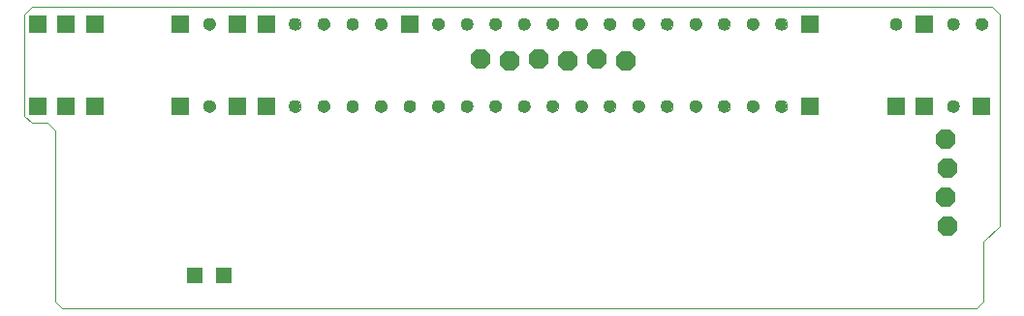
<source format=gbs>
G75*
%MOIN*%
%OFA0B0*%
%FSLAX25Y25*%
%IPPOS*%
%LPD*%
%AMOC8*
5,1,8,0,0,1.08239X$1,22.5*
%
%ADD10C,0.00000*%
%ADD11OC8,0.06700*%
%ADD12R,0.06337X0.06337*%
%ADD13C,0.04337*%
%ADD14R,0.05715X0.05715*%
D10*
X0013050Y0005500D02*
X0015550Y0003000D01*
X0330050Y0003000D01*
X0332550Y0005500D01*
X0332550Y0026000D01*
X0338050Y0031500D01*
X0338050Y0104500D01*
X0335550Y0107000D01*
X0005050Y0107000D01*
X0002550Y0104500D01*
X0002550Y0069500D01*
X0005050Y0067000D01*
X0010550Y0067000D01*
X0013050Y0064500D01*
X0013050Y0005500D01*
X0064156Y0072827D02*
X0064158Y0072915D01*
X0064164Y0073003D01*
X0064174Y0073091D01*
X0064188Y0073179D01*
X0064205Y0073265D01*
X0064227Y0073351D01*
X0064252Y0073435D01*
X0064282Y0073519D01*
X0064314Y0073601D01*
X0064351Y0073681D01*
X0064391Y0073760D01*
X0064435Y0073837D01*
X0064482Y0073912D01*
X0064532Y0073984D01*
X0064586Y0074055D01*
X0064642Y0074122D01*
X0064702Y0074188D01*
X0064764Y0074250D01*
X0064830Y0074310D01*
X0064897Y0074366D01*
X0064968Y0074420D01*
X0065040Y0074470D01*
X0065115Y0074517D01*
X0065192Y0074561D01*
X0065271Y0074601D01*
X0065351Y0074638D01*
X0065433Y0074670D01*
X0065517Y0074700D01*
X0065601Y0074725D01*
X0065687Y0074747D01*
X0065773Y0074764D01*
X0065861Y0074778D01*
X0065949Y0074788D01*
X0066037Y0074794D01*
X0066125Y0074796D01*
X0066213Y0074794D01*
X0066301Y0074788D01*
X0066389Y0074778D01*
X0066477Y0074764D01*
X0066563Y0074747D01*
X0066649Y0074725D01*
X0066733Y0074700D01*
X0066817Y0074670D01*
X0066899Y0074638D01*
X0066979Y0074601D01*
X0067058Y0074561D01*
X0067135Y0074517D01*
X0067210Y0074470D01*
X0067282Y0074420D01*
X0067353Y0074366D01*
X0067420Y0074310D01*
X0067486Y0074250D01*
X0067548Y0074188D01*
X0067608Y0074122D01*
X0067664Y0074055D01*
X0067718Y0073984D01*
X0067768Y0073912D01*
X0067815Y0073837D01*
X0067859Y0073760D01*
X0067899Y0073681D01*
X0067936Y0073601D01*
X0067968Y0073519D01*
X0067998Y0073435D01*
X0068023Y0073351D01*
X0068045Y0073265D01*
X0068062Y0073179D01*
X0068076Y0073091D01*
X0068086Y0073003D01*
X0068092Y0072915D01*
X0068094Y0072827D01*
X0068092Y0072739D01*
X0068086Y0072651D01*
X0068076Y0072563D01*
X0068062Y0072475D01*
X0068045Y0072389D01*
X0068023Y0072303D01*
X0067998Y0072219D01*
X0067968Y0072135D01*
X0067936Y0072053D01*
X0067899Y0071973D01*
X0067859Y0071894D01*
X0067815Y0071817D01*
X0067768Y0071742D01*
X0067718Y0071670D01*
X0067664Y0071599D01*
X0067608Y0071532D01*
X0067548Y0071466D01*
X0067486Y0071404D01*
X0067420Y0071344D01*
X0067353Y0071288D01*
X0067282Y0071234D01*
X0067210Y0071184D01*
X0067135Y0071137D01*
X0067058Y0071093D01*
X0066979Y0071053D01*
X0066899Y0071016D01*
X0066817Y0070984D01*
X0066733Y0070954D01*
X0066649Y0070929D01*
X0066563Y0070907D01*
X0066477Y0070890D01*
X0066389Y0070876D01*
X0066301Y0070866D01*
X0066213Y0070860D01*
X0066125Y0070858D01*
X0066037Y0070860D01*
X0065949Y0070866D01*
X0065861Y0070876D01*
X0065773Y0070890D01*
X0065687Y0070907D01*
X0065601Y0070929D01*
X0065517Y0070954D01*
X0065433Y0070984D01*
X0065351Y0071016D01*
X0065271Y0071053D01*
X0065192Y0071093D01*
X0065115Y0071137D01*
X0065040Y0071184D01*
X0064968Y0071234D01*
X0064897Y0071288D01*
X0064830Y0071344D01*
X0064764Y0071404D01*
X0064702Y0071466D01*
X0064642Y0071532D01*
X0064586Y0071599D01*
X0064532Y0071670D01*
X0064482Y0071742D01*
X0064435Y0071817D01*
X0064391Y0071894D01*
X0064351Y0071973D01*
X0064314Y0072053D01*
X0064282Y0072135D01*
X0064252Y0072219D01*
X0064227Y0072303D01*
X0064205Y0072389D01*
X0064188Y0072475D01*
X0064174Y0072563D01*
X0064164Y0072651D01*
X0064158Y0072739D01*
X0064156Y0072827D01*
X0093683Y0072827D02*
X0093685Y0072915D01*
X0093691Y0073003D01*
X0093701Y0073091D01*
X0093715Y0073179D01*
X0093732Y0073265D01*
X0093754Y0073351D01*
X0093779Y0073435D01*
X0093809Y0073519D01*
X0093841Y0073601D01*
X0093878Y0073681D01*
X0093918Y0073760D01*
X0093962Y0073837D01*
X0094009Y0073912D01*
X0094059Y0073984D01*
X0094113Y0074055D01*
X0094169Y0074122D01*
X0094229Y0074188D01*
X0094291Y0074250D01*
X0094357Y0074310D01*
X0094424Y0074366D01*
X0094495Y0074420D01*
X0094567Y0074470D01*
X0094642Y0074517D01*
X0094719Y0074561D01*
X0094798Y0074601D01*
X0094878Y0074638D01*
X0094960Y0074670D01*
X0095044Y0074700D01*
X0095128Y0074725D01*
X0095214Y0074747D01*
X0095300Y0074764D01*
X0095388Y0074778D01*
X0095476Y0074788D01*
X0095564Y0074794D01*
X0095652Y0074796D01*
X0095740Y0074794D01*
X0095828Y0074788D01*
X0095916Y0074778D01*
X0096004Y0074764D01*
X0096090Y0074747D01*
X0096176Y0074725D01*
X0096260Y0074700D01*
X0096344Y0074670D01*
X0096426Y0074638D01*
X0096506Y0074601D01*
X0096585Y0074561D01*
X0096662Y0074517D01*
X0096737Y0074470D01*
X0096809Y0074420D01*
X0096880Y0074366D01*
X0096947Y0074310D01*
X0097013Y0074250D01*
X0097075Y0074188D01*
X0097135Y0074122D01*
X0097191Y0074055D01*
X0097245Y0073984D01*
X0097295Y0073912D01*
X0097342Y0073837D01*
X0097386Y0073760D01*
X0097426Y0073681D01*
X0097463Y0073601D01*
X0097495Y0073519D01*
X0097525Y0073435D01*
X0097550Y0073351D01*
X0097572Y0073265D01*
X0097589Y0073179D01*
X0097603Y0073091D01*
X0097613Y0073003D01*
X0097619Y0072915D01*
X0097621Y0072827D01*
X0097619Y0072739D01*
X0097613Y0072651D01*
X0097603Y0072563D01*
X0097589Y0072475D01*
X0097572Y0072389D01*
X0097550Y0072303D01*
X0097525Y0072219D01*
X0097495Y0072135D01*
X0097463Y0072053D01*
X0097426Y0071973D01*
X0097386Y0071894D01*
X0097342Y0071817D01*
X0097295Y0071742D01*
X0097245Y0071670D01*
X0097191Y0071599D01*
X0097135Y0071532D01*
X0097075Y0071466D01*
X0097013Y0071404D01*
X0096947Y0071344D01*
X0096880Y0071288D01*
X0096809Y0071234D01*
X0096737Y0071184D01*
X0096662Y0071137D01*
X0096585Y0071093D01*
X0096506Y0071053D01*
X0096426Y0071016D01*
X0096344Y0070984D01*
X0096260Y0070954D01*
X0096176Y0070929D01*
X0096090Y0070907D01*
X0096004Y0070890D01*
X0095916Y0070876D01*
X0095828Y0070866D01*
X0095740Y0070860D01*
X0095652Y0070858D01*
X0095564Y0070860D01*
X0095476Y0070866D01*
X0095388Y0070876D01*
X0095300Y0070890D01*
X0095214Y0070907D01*
X0095128Y0070929D01*
X0095044Y0070954D01*
X0094960Y0070984D01*
X0094878Y0071016D01*
X0094798Y0071053D01*
X0094719Y0071093D01*
X0094642Y0071137D01*
X0094567Y0071184D01*
X0094495Y0071234D01*
X0094424Y0071288D01*
X0094357Y0071344D01*
X0094291Y0071404D01*
X0094229Y0071466D01*
X0094169Y0071532D01*
X0094113Y0071599D01*
X0094059Y0071670D01*
X0094009Y0071742D01*
X0093962Y0071817D01*
X0093918Y0071894D01*
X0093878Y0071973D01*
X0093841Y0072053D01*
X0093809Y0072135D01*
X0093779Y0072219D01*
X0093754Y0072303D01*
X0093732Y0072389D01*
X0093715Y0072475D01*
X0093701Y0072563D01*
X0093691Y0072651D01*
X0093685Y0072739D01*
X0093683Y0072827D01*
X0103526Y0072827D02*
X0103528Y0072915D01*
X0103534Y0073003D01*
X0103544Y0073091D01*
X0103558Y0073179D01*
X0103575Y0073265D01*
X0103597Y0073351D01*
X0103622Y0073435D01*
X0103652Y0073519D01*
X0103684Y0073601D01*
X0103721Y0073681D01*
X0103761Y0073760D01*
X0103805Y0073837D01*
X0103852Y0073912D01*
X0103902Y0073984D01*
X0103956Y0074055D01*
X0104012Y0074122D01*
X0104072Y0074188D01*
X0104134Y0074250D01*
X0104200Y0074310D01*
X0104267Y0074366D01*
X0104338Y0074420D01*
X0104410Y0074470D01*
X0104485Y0074517D01*
X0104562Y0074561D01*
X0104641Y0074601D01*
X0104721Y0074638D01*
X0104803Y0074670D01*
X0104887Y0074700D01*
X0104971Y0074725D01*
X0105057Y0074747D01*
X0105143Y0074764D01*
X0105231Y0074778D01*
X0105319Y0074788D01*
X0105407Y0074794D01*
X0105495Y0074796D01*
X0105583Y0074794D01*
X0105671Y0074788D01*
X0105759Y0074778D01*
X0105847Y0074764D01*
X0105933Y0074747D01*
X0106019Y0074725D01*
X0106103Y0074700D01*
X0106187Y0074670D01*
X0106269Y0074638D01*
X0106349Y0074601D01*
X0106428Y0074561D01*
X0106505Y0074517D01*
X0106580Y0074470D01*
X0106652Y0074420D01*
X0106723Y0074366D01*
X0106790Y0074310D01*
X0106856Y0074250D01*
X0106918Y0074188D01*
X0106978Y0074122D01*
X0107034Y0074055D01*
X0107088Y0073984D01*
X0107138Y0073912D01*
X0107185Y0073837D01*
X0107229Y0073760D01*
X0107269Y0073681D01*
X0107306Y0073601D01*
X0107338Y0073519D01*
X0107368Y0073435D01*
X0107393Y0073351D01*
X0107415Y0073265D01*
X0107432Y0073179D01*
X0107446Y0073091D01*
X0107456Y0073003D01*
X0107462Y0072915D01*
X0107464Y0072827D01*
X0107462Y0072739D01*
X0107456Y0072651D01*
X0107446Y0072563D01*
X0107432Y0072475D01*
X0107415Y0072389D01*
X0107393Y0072303D01*
X0107368Y0072219D01*
X0107338Y0072135D01*
X0107306Y0072053D01*
X0107269Y0071973D01*
X0107229Y0071894D01*
X0107185Y0071817D01*
X0107138Y0071742D01*
X0107088Y0071670D01*
X0107034Y0071599D01*
X0106978Y0071532D01*
X0106918Y0071466D01*
X0106856Y0071404D01*
X0106790Y0071344D01*
X0106723Y0071288D01*
X0106652Y0071234D01*
X0106580Y0071184D01*
X0106505Y0071137D01*
X0106428Y0071093D01*
X0106349Y0071053D01*
X0106269Y0071016D01*
X0106187Y0070984D01*
X0106103Y0070954D01*
X0106019Y0070929D01*
X0105933Y0070907D01*
X0105847Y0070890D01*
X0105759Y0070876D01*
X0105671Y0070866D01*
X0105583Y0070860D01*
X0105495Y0070858D01*
X0105407Y0070860D01*
X0105319Y0070866D01*
X0105231Y0070876D01*
X0105143Y0070890D01*
X0105057Y0070907D01*
X0104971Y0070929D01*
X0104887Y0070954D01*
X0104803Y0070984D01*
X0104721Y0071016D01*
X0104641Y0071053D01*
X0104562Y0071093D01*
X0104485Y0071137D01*
X0104410Y0071184D01*
X0104338Y0071234D01*
X0104267Y0071288D01*
X0104200Y0071344D01*
X0104134Y0071404D01*
X0104072Y0071466D01*
X0104012Y0071532D01*
X0103956Y0071599D01*
X0103902Y0071670D01*
X0103852Y0071742D01*
X0103805Y0071817D01*
X0103761Y0071894D01*
X0103721Y0071973D01*
X0103684Y0072053D01*
X0103652Y0072135D01*
X0103622Y0072219D01*
X0103597Y0072303D01*
X0103575Y0072389D01*
X0103558Y0072475D01*
X0103544Y0072563D01*
X0103534Y0072651D01*
X0103528Y0072739D01*
X0103526Y0072827D01*
X0113368Y0072827D02*
X0113370Y0072915D01*
X0113376Y0073003D01*
X0113386Y0073091D01*
X0113400Y0073179D01*
X0113417Y0073265D01*
X0113439Y0073351D01*
X0113464Y0073435D01*
X0113494Y0073519D01*
X0113526Y0073601D01*
X0113563Y0073681D01*
X0113603Y0073760D01*
X0113647Y0073837D01*
X0113694Y0073912D01*
X0113744Y0073984D01*
X0113798Y0074055D01*
X0113854Y0074122D01*
X0113914Y0074188D01*
X0113976Y0074250D01*
X0114042Y0074310D01*
X0114109Y0074366D01*
X0114180Y0074420D01*
X0114252Y0074470D01*
X0114327Y0074517D01*
X0114404Y0074561D01*
X0114483Y0074601D01*
X0114563Y0074638D01*
X0114645Y0074670D01*
X0114729Y0074700D01*
X0114813Y0074725D01*
X0114899Y0074747D01*
X0114985Y0074764D01*
X0115073Y0074778D01*
X0115161Y0074788D01*
X0115249Y0074794D01*
X0115337Y0074796D01*
X0115425Y0074794D01*
X0115513Y0074788D01*
X0115601Y0074778D01*
X0115689Y0074764D01*
X0115775Y0074747D01*
X0115861Y0074725D01*
X0115945Y0074700D01*
X0116029Y0074670D01*
X0116111Y0074638D01*
X0116191Y0074601D01*
X0116270Y0074561D01*
X0116347Y0074517D01*
X0116422Y0074470D01*
X0116494Y0074420D01*
X0116565Y0074366D01*
X0116632Y0074310D01*
X0116698Y0074250D01*
X0116760Y0074188D01*
X0116820Y0074122D01*
X0116876Y0074055D01*
X0116930Y0073984D01*
X0116980Y0073912D01*
X0117027Y0073837D01*
X0117071Y0073760D01*
X0117111Y0073681D01*
X0117148Y0073601D01*
X0117180Y0073519D01*
X0117210Y0073435D01*
X0117235Y0073351D01*
X0117257Y0073265D01*
X0117274Y0073179D01*
X0117288Y0073091D01*
X0117298Y0073003D01*
X0117304Y0072915D01*
X0117306Y0072827D01*
X0117304Y0072739D01*
X0117298Y0072651D01*
X0117288Y0072563D01*
X0117274Y0072475D01*
X0117257Y0072389D01*
X0117235Y0072303D01*
X0117210Y0072219D01*
X0117180Y0072135D01*
X0117148Y0072053D01*
X0117111Y0071973D01*
X0117071Y0071894D01*
X0117027Y0071817D01*
X0116980Y0071742D01*
X0116930Y0071670D01*
X0116876Y0071599D01*
X0116820Y0071532D01*
X0116760Y0071466D01*
X0116698Y0071404D01*
X0116632Y0071344D01*
X0116565Y0071288D01*
X0116494Y0071234D01*
X0116422Y0071184D01*
X0116347Y0071137D01*
X0116270Y0071093D01*
X0116191Y0071053D01*
X0116111Y0071016D01*
X0116029Y0070984D01*
X0115945Y0070954D01*
X0115861Y0070929D01*
X0115775Y0070907D01*
X0115689Y0070890D01*
X0115601Y0070876D01*
X0115513Y0070866D01*
X0115425Y0070860D01*
X0115337Y0070858D01*
X0115249Y0070860D01*
X0115161Y0070866D01*
X0115073Y0070876D01*
X0114985Y0070890D01*
X0114899Y0070907D01*
X0114813Y0070929D01*
X0114729Y0070954D01*
X0114645Y0070984D01*
X0114563Y0071016D01*
X0114483Y0071053D01*
X0114404Y0071093D01*
X0114327Y0071137D01*
X0114252Y0071184D01*
X0114180Y0071234D01*
X0114109Y0071288D01*
X0114042Y0071344D01*
X0113976Y0071404D01*
X0113914Y0071466D01*
X0113854Y0071532D01*
X0113798Y0071599D01*
X0113744Y0071670D01*
X0113694Y0071742D01*
X0113647Y0071817D01*
X0113603Y0071894D01*
X0113563Y0071973D01*
X0113526Y0072053D01*
X0113494Y0072135D01*
X0113464Y0072219D01*
X0113439Y0072303D01*
X0113417Y0072389D01*
X0113400Y0072475D01*
X0113386Y0072563D01*
X0113376Y0072651D01*
X0113370Y0072739D01*
X0113368Y0072827D01*
X0123211Y0072827D02*
X0123213Y0072915D01*
X0123219Y0073003D01*
X0123229Y0073091D01*
X0123243Y0073179D01*
X0123260Y0073265D01*
X0123282Y0073351D01*
X0123307Y0073435D01*
X0123337Y0073519D01*
X0123369Y0073601D01*
X0123406Y0073681D01*
X0123446Y0073760D01*
X0123490Y0073837D01*
X0123537Y0073912D01*
X0123587Y0073984D01*
X0123641Y0074055D01*
X0123697Y0074122D01*
X0123757Y0074188D01*
X0123819Y0074250D01*
X0123885Y0074310D01*
X0123952Y0074366D01*
X0124023Y0074420D01*
X0124095Y0074470D01*
X0124170Y0074517D01*
X0124247Y0074561D01*
X0124326Y0074601D01*
X0124406Y0074638D01*
X0124488Y0074670D01*
X0124572Y0074700D01*
X0124656Y0074725D01*
X0124742Y0074747D01*
X0124828Y0074764D01*
X0124916Y0074778D01*
X0125004Y0074788D01*
X0125092Y0074794D01*
X0125180Y0074796D01*
X0125268Y0074794D01*
X0125356Y0074788D01*
X0125444Y0074778D01*
X0125532Y0074764D01*
X0125618Y0074747D01*
X0125704Y0074725D01*
X0125788Y0074700D01*
X0125872Y0074670D01*
X0125954Y0074638D01*
X0126034Y0074601D01*
X0126113Y0074561D01*
X0126190Y0074517D01*
X0126265Y0074470D01*
X0126337Y0074420D01*
X0126408Y0074366D01*
X0126475Y0074310D01*
X0126541Y0074250D01*
X0126603Y0074188D01*
X0126663Y0074122D01*
X0126719Y0074055D01*
X0126773Y0073984D01*
X0126823Y0073912D01*
X0126870Y0073837D01*
X0126914Y0073760D01*
X0126954Y0073681D01*
X0126991Y0073601D01*
X0127023Y0073519D01*
X0127053Y0073435D01*
X0127078Y0073351D01*
X0127100Y0073265D01*
X0127117Y0073179D01*
X0127131Y0073091D01*
X0127141Y0073003D01*
X0127147Y0072915D01*
X0127149Y0072827D01*
X0127147Y0072739D01*
X0127141Y0072651D01*
X0127131Y0072563D01*
X0127117Y0072475D01*
X0127100Y0072389D01*
X0127078Y0072303D01*
X0127053Y0072219D01*
X0127023Y0072135D01*
X0126991Y0072053D01*
X0126954Y0071973D01*
X0126914Y0071894D01*
X0126870Y0071817D01*
X0126823Y0071742D01*
X0126773Y0071670D01*
X0126719Y0071599D01*
X0126663Y0071532D01*
X0126603Y0071466D01*
X0126541Y0071404D01*
X0126475Y0071344D01*
X0126408Y0071288D01*
X0126337Y0071234D01*
X0126265Y0071184D01*
X0126190Y0071137D01*
X0126113Y0071093D01*
X0126034Y0071053D01*
X0125954Y0071016D01*
X0125872Y0070984D01*
X0125788Y0070954D01*
X0125704Y0070929D01*
X0125618Y0070907D01*
X0125532Y0070890D01*
X0125444Y0070876D01*
X0125356Y0070866D01*
X0125268Y0070860D01*
X0125180Y0070858D01*
X0125092Y0070860D01*
X0125004Y0070866D01*
X0124916Y0070876D01*
X0124828Y0070890D01*
X0124742Y0070907D01*
X0124656Y0070929D01*
X0124572Y0070954D01*
X0124488Y0070984D01*
X0124406Y0071016D01*
X0124326Y0071053D01*
X0124247Y0071093D01*
X0124170Y0071137D01*
X0124095Y0071184D01*
X0124023Y0071234D01*
X0123952Y0071288D01*
X0123885Y0071344D01*
X0123819Y0071404D01*
X0123757Y0071466D01*
X0123697Y0071532D01*
X0123641Y0071599D01*
X0123587Y0071670D01*
X0123537Y0071742D01*
X0123490Y0071817D01*
X0123446Y0071894D01*
X0123406Y0071973D01*
X0123369Y0072053D01*
X0123337Y0072135D01*
X0123307Y0072219D01*
X0123282Y0072303D01*
X0123260Y0072389D01*
X0123243Y0072475D01*
X0123229Y0072563D01*
X0123219Y0072651D01*
X0123213Y0072739D01*
X0123211Y0072827D01*
X0133053Y0072827D02*
X0133055Y0072915D01*
X0133061Y0073003D01*
X0133071Y0073091D01*
X0133085Y0073179D01*
X0133102Y0073265D01*
X0133124Y0073351D01*
X0133149Y0073435D01*
X0133179Y0073519D01*
X0133211Y0073601D01*
X0133248Y0073681D01*
X0133288Y0073760D01*
X0133332Y0073837D01*
X0133379Y0073912D01*
X0133429Y0073984D01*
X0133483Y0074055D01*
X0133539Y0074122D01*
X0133599Y0074188D01*
X0133661Y0074250D01*
X0133727Y0074310D01*
X0133794Y0074366D01*
X0133865Y0074420D01*
X0133937Y0074470D01*
X0134012Y0074517D01*
X0134089Y0074561D01*
X0134168Y0074601D01*
X0134248Y0074638D01*
X0134330Y0074670D01*
X0134414Y0074700D01*
X0134498Y0074725D01*
X0134584Y0074747D01*
X0134670Y0074764D01*
X0134758Y0074778D01*
X0134846Y0074788D01*
X0134934Y0074794D01*
X0135022Y0074796D01*
X0135110Y0074794D01*
X0135198Y0074788D01*
X0135286Y0074778D01*
X0135374Y0074764D01*
X0135460Y0074747D01*
X0135546Y0074725D01*
X0135630Y0074700D01*
X0135714Y0074670D01*
X0135796Y0074638D01*
X0135876Y0074601D01*
X0135955Y0074561D01*
X0136032Y0074517D01*
X0136107Y0074470D01*
X0136179Y0074420D01*
X0136250Y0074366D01*
X0136317Y0074310D01*
X0136383Y0074250D01*
X0136445Y0074188D01*
X0136505Y0074122D01*
X0136561Y0074055D01*
X0136615Y0073984D01*
X0136665Y0073912D01*
X0136712Y0073837D01*
X0136756Y0073760D01*
X0136796Y0073681D01*
X0136833Y0073601D01*
X0136865Y0073519D01*
X0136895Y0073435D01*
X0136920Y0073351D01*
X0136942Y0073265D01*
X0136959Y0073179D01*
X0136973Y0073091D01*
X0136983Y0073003D01*
X0136989Y0072915D01*
X0136991Y0072827D01*
X0136989Y0072739D01*
X0136983Y0072651D01*
X0136973Y0072563D01*
X0136959Y0072475D01*
X0136942Y0072389D01*
X0136920Y0072303D01*
X0136895Y0072219D01*
X0136865Y0072135D01*
X0136833Y0072053D01*
X0136796Y0071973D01*
X0136756Y0071894D01*
X0136712Y0071817D01*
X0136665Y0071742D01*
X0136615Y0071670D01*
X0136561Y0071599D01*
X0136505Y0071532D01*
X0136445Y0071466D01*
X0136383Y0071404D01*
X0136317Y0071344D01*
X0136250Y0071288D01*
X0136179Y0071234D01*
X0136107Y0071184D01*
X0136032Y0071137D01*
X0135955Y0071093D01*
X0135876Y0071053D01*
X0135796Y0071016D01*
X0135714Y0070984D01*
X0135630Y0070954D01*
X0135546Y0070929D01*
X0135460Y0070907D01*
X0135374Y0070890D01*
X0135286Y0070876D01*
X0135198Y0070866D01*
X0135110Y0070860D01*
X0135022Y0070858D01*
X0134934Y0070860D01*
X0134846Y0070866D01*
X0134758Y0070876D01*
X0134670Y0070890D01*
X0134584Y0070907D01*
X0134498Y0070929D01*
X0134414Y0070954D01*
X0134330Y0070984D01*
X0134248Y0071016D01*
X0134168Y0071053D01*
X0134089Y0071093D01*
X0134012Y0071137D01*
X0133937Y0071184D01*
X0133865Y0071234D01*
X0133794Y0071288D01*
X0133727Y0071344D01*
X0133661Y0071404D01*
X0133599Y0071466D01*
X0133539Y0071532D01*
X0133483Y0071599D01*
X0133429Y0071670D01*
X0133379Y0071742D01*
X0133332Y0071817D01*
X0133288Y0071894D01*
X0133248Y0071973D01*
X0133211Y0072053D01*
X0133179Y0072135D01*
X0133149Y0072219D01*
X0133124Y0072303D01*
X0133102Y0072389D01*
X0133085Y0072475D01*
X0133071Y0072563D01*
X0133061Y0072651D01*
X0133055Y0072739D01*
X0133053Y0072827D01*
X0142896Y0072827D02*
X0142898Y0072915D01*
X0142904Y0073003D01*
X0142914Y0073091D01*
X0142928Y0073179D01*
X0142945Y0073265D01*
X0142967Y0073351D01*
X0142992Y0073435D01*
X0143022Y0073519D01*
X0143054Y0073601D01*
X0143091Y0073681D01*
X0143131Y0073760D01*
X0143175Y0073837D01*
X0143222Y0073912D01*
X0143272Y0073984D01*
X0143326Y0074055D01*
X0143382Y0074122D01*
X0143442Y0074188D01*
X0143504Y0074250D01*
X0143570Y0074310D01*
X0143637Y0074366D01*
X0143708Y0074420D01*
X0143780Y0074470D01*
X0143855Y0074517D01*
X0143932Y0074561D01*
X0144011Y0074601D01*
X0144091Y0074638D01*
X0144173Y0074670D01*
X0144257Y0074700D01*
X0144341Y0074725D01*
X0144427Y0074747D01*
X0144513Y0074764D01*
X0144601Y0074778D01*
X0144689Y0074788D01*
X0144777Y0074794D01*
X0144865Y0074796D01*
X0144953Y0074794D01*
X0145041Y0074788D01*
X0145129Y0074778D01*
X0145217Y0074764D01*
X0145303Y0074747D01*
X0145389Y0074725D01*
X0145473Y0074700D01*
X0145557Y0074670D01*
X0145639Y0074638D01*
X0145719Y0074601D01*
X0145798Y0074561D01*
X0145875Y0074517D01*
X0145950Y0074470D01*
X0146022Y0074420D01*
X0146093Y0074366D01*
X0146160Y0074310D01*
X0146226Y0074250D01*
X0146288Y0074188D01*
X0146348Y0074122D01*
X0146404Y0074055D01*
X0146458Y0073984D01*
X0146508Y0073912D01*
X0146555Y0073837D01*
X0146599Y0073760D01*
X0146639Y0073681D01*
X0146676Y0073601D01*
X0146708Y0073519D01*
X0146738Y0073435D01*
X0146763Y0073351D01*
X0146785Y0073265D01*
X0146802Y0073179D01*
X0146816Y0073091D01*
X0146826Y0073003D01*
X0146832Y0072915D01*
X0146834Y0072827D01*
X0146832Y0072739D01*
X0146826Y0072651D01*
X0146816Y0072563D01*
X0146802Y0072475D01*
X0146785Y0072389D01*
X0146763Y0072303D01*
X0146738Y0072219D01*
X0146708Y0072135D01*
X0146676Y0072053D01*
X0146639Y0071973D01*
X0146599Y0071894D01*
X0146555Y0071817D01*
X0146508Y0071742D01*
X0146458Y0071670D01*
X0146404Y0071599D01*
X0146348Y0071532D01*
X0146288Y0071466D01*
X0146226Y0071404D01*
X0146160Y0071344D01*
X0146093Y0071288D01*
X0146022Y0071234D01*
X0145950Y0071184D01*
X0145875Y0071137D01*
X0145798Y0071093D01*
X0145719Y0071053D01*
X0145639Y0071016D01*
X0145557Y0070984D01*
X0145473Y0070954D01*
X0145389Y0070929D01*
X0145303Y0070907D01*
X0145217Y0070890D01*
X0145129Y0070876D01*
X0145041Y0070866D01*
X0144953Y0070860D01*
X0144865Y0070858D01*
X0144777Y0070860D01*
X0144689Y0070866D01*
X0144601Y0070876D01*
X0144513Y0070890D01*
X0144427Y0070907D01*
X0144341Y0070929D01*
X0144257Y0070954D01*
X0144173Y0070984D01*
X0144091Y0071016D01*
X0144011Y0071053D01*
X0143932Y0071093D01*
X0143855Y0071137D01*
X0143780Y0071184D01*
X0143708Y0071234D01*
X0143637Y0071288D01*
X0143570Y0071344D01*
X0143504Y0071404D01*
X0143442Y0071466D01*
X0143382Y0071532D01*
X0143326Y0071599D01*
X0143272Y0071670D01*
X0143222Y0071742D01*
X0143175Y0071817D01*
X0143131Y0071894D01*
X0143091Y0071973D01*
X0143054Y0072053D01*
X0143022Y0072135D01*
X0142992Y0072219D01*
X0142967Y0072303D01*
X0142945Y0072389D01*
X0142928Y0072475D01*
X0142914Y0072563D01*
X0142904Y0072651D01*
X0142898Y0072739D01*
X0142896Y0072827D01*
X0152738Y0072827D02*
X0152740Y0072915D01*
X0152746Y0073003D01*
X0152756Y0073091D01*
X0152770Y0073179D01*
X0152787Y0073265D01*
X0152809Y0073351D01*
X0152834Y0073435D01*
X0152864Y0073519D01*
X0152896Y0073601D01*
X0152933Y0073681D01*
X0152973Y0073760D01*
X0153017Y0073837D01*
X0153064Y0073912D01*
X0153114Y0073984D01*
X0153168Y0074055D01*
X0153224Y0074122D01*
X0153284Y0074188D01*
X0153346Y0074250D01*
X0153412Y0074310D01*
X0153479Y0074366D01*
X0153550Y0074420D01*
X0153622Y0074470D01*
X0153697Y0074517D01*
X0153774Y0074561D01*
X0153853Y0074601D01*
X0153933Y0074638D01*
X0154015Y0074670D01*
X0154099Y0074700D01*
X0154183Y0074725D01*
X0154269Y0074747D01*
X0154355Y0074764D01*
X0154443Y0074778D01*
X0154531Y0074788D01*
X0154619Y0074794D01*
X0154707Y0074796D01*
X0154795Y0074794D01*
X0154883Y0074788D01*
X0154971Y0074778D01*
X0155059Y0074764D01*
X0155145Y0074747D01*
X0155231Y0074725D01*
X0155315Y0074700D01*
X0155399Y0074670D01*
X0155481Y0074638D01*
X0155561Y0074601D01*
X0155640Y0074561D01*
X0155717Y0074517D01*
X0155792Y0074470D01*
X0155864Y0074420D01*
X0155935Y0074366D01*
X0156002Y0074310D01*
X0156068Y0074250D01*
X0156130Y0074188D01*
X0156190Y0074122D01*
X0156246Y0074055D01*
X0156300Y0073984D01*
X0156350Y0073912D01*
X0156397Y0073837D01*
X0156441Y0073760D01*
X0156481Y0073681D01*
X0156518Y0073601D01*
X0156550Y0073519D01*
X0156580Y0073435D01*
X0156605Y0073351D01*
X0156627Y0073265D01*
X0156644Y0073179D01*
X0156658Y0073091D01*
X0156668Y0073003D01*
X0156674Y0072915D01*
X0156676Y0072827D01*
X0156674Y0072739D01*
X0156668Y0072651D01*
X0156658Y0072563D01*
X0156644Y0072475D01*
X0156627Y0072389D01*
X0156605Y0072303D01*
X0156580Y0072219D01*
X0156550Y0072135D01*
X0156518Y0072053D01*
X0156481Y0071973D01*
X0156441Y0071894D01*
X0156397Y0071817D01*
X0156350Y0071742D01*
X0156300Y0071670D01*
X0156246Y0071599D01*
X0156190Y0071532D01*
X0156130Y0071466D01*
X0156068Y0071404D01*
X0156002Y0071344D01*
X0155935Y0071288D01*
X0155864Y0071234D01*
X0155792Y0071184D01*
X0155717Y0071137D01*
X0155640Y0071093D01*
X0155561Y0071053D01*
X0155481Y0071016D01*
X0155399Y0070984D01*
X0155315Y0070954D01*
X0155231Y0070929D01*
X0155145Y0070907D01*
X0155059Y0070890D01*
X0154971Y0070876D01*
X0154883Y0070866D01*
X0154795Y0070860D01*
X0154707Y0070858D01*
X0154619Y0070860D01*
X0154531Y0070866D01*
X0154443Y0070876D01*
X0154355Y0070890D01*
X0154269Y0070907D01*
X0154183Y0070929D01*
X0154099Y0070954D01*
X0154015Y0070984D01*
X0153933Y0071016D01*
X0153853Y0071053D01*
X0153774Y0071093D01*
X0153697Y0071137D01*
X0153622Y0071184D01*
X0153550Y0071234D01*
X0153479Y0071288D01*
X0153412Y0071344D01*
X0153346Y0071404D01*
X0153284Y0071466D01*
X0153224Y0071532D01*
X0153168Y0071599D01*
X0153114Y0071670D01*
X0153064Y0071742D01*
X0153017Y0071817D01*
X0152973Y0071894D01*
X0152933Y0071973D01*
X0152896Y0072053D01*
X0152864Y0072135D01*
X0152834Y0072219D01*
X0152809Y0072303D01*
X0152787Y0072389D01*
X0152770Y0072475D01*
X0152756Y0072563D01*
X0152746Y0072651D01*
X0152740Y0072739D01*
X0152738Y0072827D01*
X0162581Y0072827D02*
X0162583Y0072915D01*
X0162589Y0073003D01*
X0162599Y0073091D01*
X0162613Y0073179D01*
X0162630Y0073265D01*
X0162652Y0073351D01*
X0162677Y0073435D01*
X0162707Y0073519D01*
X0162739Y0073601D01*
X0162776Y0073681D01*
X0162816Y0073760D01*
X0162860Y0073837D01*
X0162907Y0073912D01*
X0162957Y0073984D01*
X0163011Y0074055D01*
X0163067Y0074122D01*
X0163127Y0074188D01*
X0163189Y0074250D01*
X0163255Y0074310D01*
X0163322Y0074366D01*
X0163393Y0074420D01*
X0163465Y0074470D01*
X0163540Y0074517D01*
X0163617Y0074561D01*
X0163696Y0074601D01*
X0163776Y0074638D01*
X0163858Y0074670D01*
X0163942Y0074700D01*
X0164026Y0074725D01*
X0164112Y0074747D01*
X0164198Y0074764D01*
X0164286Y0074778D01*
X0164374Y0074788D01*
X0164462Y0074794D01*
X0164550Y0074796D01*
X0164638Y0074794D01*
X0164726Y0074788D01*
X0164814Y0074778D01*
X0164902Y0074764D01*
X0164988Y0074747D01*
X0165074Y0074725D01*
X0165158Y0074700D01*
X0165242Y0074670D01*
X0165324Y0074638D01*
X0165404Y0074601D01*
X0165483Y0074561D01*
X0165560Y0074517D01*
X0165635Y0074470D01*
X0165707Y0074420D01*
X0165778Y0074366D01*
X0165845Y0074310D01*
X0165911Y0074250D01*
X0165973Y0074188D01*
X0166033Y0074122D01*
X0166089Y0074055D01*
X0166143Y0073984D01*
X0166193Y0073912D01*
X0166240Y0073837D01*
X0166284Y0073760D01*
X0166324Y0073681D01*
X0166361Y0073601D01*
X0166393Y0073519D01*
X0166423Y0073435D01*
X0166448Y0073351D01*
X0166470Y0073265D01*
X0166487Y0073179D01*
X0166501Y0073091D01*
X0166511Y0073003D01*
X0166517Y0072915D01*
X0166519Y0072827D01*
X0166517Y0072739D01*
X0166511Y0072651D01*
X0166501Y0072563D01*
X0166487Y0072475D01*
X0166470Y0072389D01*
X0166448Y0072303D01*
X0166423Y0072219D01*
X0166393Y0072135D01*
X0166361Y0072053D01*
X0166324Y0071973D01*
X0166284Y0071894D01*
X0166240Y0071817D01*
X0166193Y0071742D01*
X0166143Y0071670D01*
X0166089Y0071599D01*
X0166033Y0071532D01*
X0165973Y0071466D01*
X0165911Y0071404D01*
X0165845Y0071344D01*
X0165778Y0071288D01*
X0165707Y0071234D01*
X0165635Y0071184D01*
X0165560Y0071137D01*
X0165483Y0071093D01*
X0165404Y0071053D01*
X0165324Y0071016D01*
X0165242Y0070984D01*
X0165158Y0070954D01*
X0165074Y0070929D01*
X0164988Y0070907D01*
X0164902Y0070890D01*
X0164814Y0070876D01*
X0164726Y0070866D01*
X0164638Y0070860D01*
X0164550Y0070858D01*
X0164462Y0070860D01*
X0164374Y0070866D01*
X0164286Y0070876D01*
X0164198Y0070890D01*
X0164112Y0070907D01*
X0164026Y0070929D01*
X0163942Y0070954D01*
X0163858Y0070984D01*
X0163776Y0071016D01*
X0163696Y0071053D01*
X0163617Y0071093D01*
X0163540Y0071137D01*
X0163465Y0071184D01*
X0163393Y0071234D01*
X0163322Y0071288D01*
X0163255Y0071344D01*
X0163189Y0071404D01*
X0163127Y0071466D01*
X0163067Y0071532D01*
X0163011Y0071599D01*
X0162957Y0071670D01*
X0162907Y0071742D01*
X0162860Y0071817D01*
X0162816Y0071894D01*
X0162776Y0071973D01*
X0162739Y0072053D01*
X0162707Y0072135D01*
X0162677Y0072219D01*
X0162652Y0072303D01*
X0162630Y0072389D01*
X0162613Y0072475D01*
X0162599Y0072563D01*
X0162589Y0072651D01*
X0162583Y0072739D01*
X0162581Y0072827D01*
X0172424Y0072827D02*
X0172426Y0072915D01*
X0172432Y0073003D01*
X0172442Y0073091D01*
X0172456Y0073179D01*
X0172473Y0073265D01*
X0172495Y0073351D01*
X0172520Y0073435D01*
X0172550Y0073519D01*
X0172582Y0073601D01*
X0172619Y0073681D01*
X0172659Y0073760D01*
X0172703Y0073837D01*
X0172750Y0073912D01*
X0172800Y0073984D01*
X0172854Y0074055D01*
X0172910Y0074122D01*
X0172970Y0074188D01*
X0173032Y0074250D01*
X0173098Y0074310D01*
X0173165Y0074366D01*
X0173236Y0074420D01*
X0173308Y0074470D01*
X0173383Y0074517D01*
X0173460Y0074561D01*
X0173539Y0074601D01*
X0173619Y0074638D01*
X0173701Y0074670D01*
X0173785Y0074700D01*
X0173869Y0074725D01*
X0173955Y0074747D01*
X0174041Y0074764D01*
X0174129Y0074778D01*
X0174217Y0074788D01*
X0174305Y0074794D01*
X0174393Y0074796D01*
X0174481Y0074794D01*
X0174569Y0074788D01*
X0174657Y0074778D01*
X0174745Y0074764D01*
X0174831Y0074747D01*
X0174917Y0074725D01*
X0175001Y0074700D01*
X0175085Y0074670D01*
X0175167Y0074638D01*
X0175247Y0074601D01*
X0175326Y0074561D01*
X0175403Y0074517D01*
X0175478Y0074470D01*
X0175550Y0074420D01*
X0175621Y0074366D01*
X0175688Y0074310D01*
X0175754Y0074250D01*
X0175816Y0074188D01*
X0175876Y0074122D01*
X0175932Y0074055D01*
X0175986Y0073984D01*
X0176036Y0073912D01*
X0176083Y0073837D01*
X0176127Y0073760D01*
X0176167Y0073681D01*
X0176204Y0073601D01*
X0176236Y0073519D01*
X0176266Y0073435D01*
X0176291Y0073351D01*
X0176313Y0073265D01*
X0176330Y0073179D01*
X0176344Y0073091D01*
X0176354Y0073003D01*
X0176360Y0072915D01*
X0176362Y0072827D01*
X0176360Y0072739D01*
X0176354Y0072651D01*
X0176344Y0072563D01*
X0176330Y0072475D01*
X0176313Y0072389D01*
X0176291Y0072303D01*
X0176266Y0072219D01*
X0176236Y0072135D01*
X0176204Y0072053D01*
X0176167Y0071973D01*
X0176127Y0071894D01*
X0176083Y0071817D01*
X0176036Y0071742D01*
X0175986Y0071670D01*
X0175932Y0071599D01*
X0175876Y0071532D01*
X0175816Y0071466D01*
X0175754Y0071404D01*
X0175688Y0071344D01*
X0175621Y0071288D01*
X0175550Y0071234D01*
X0175478Y0071184D01*
X0175403Y0071137D01*
X0175326Y0071093D01*
X0175247Y0071053D01*
X0175167Y0071016D01*
X0175085Y0070984D01*
X0175001Y0070954D01*
X0174917Y0070929D01*
X0174831Y0070907D01*
X0174745Y0070890D01*
X0174657Y0070876D01*
X0174569Y0070866D01*
X0174481Y0070860D01*
X0174393Y0070858D01*
X0174305Y0070860D01*
X0174217Y0070866D01*
X0174129Y0070876D01*
X0174041Y0070890D01*
X0173955Y0070907D01*
X0173869Y0070929D01*
X0173785Y0070954D01*
X0173701Y0070984D01*
X0173619Y0071016D01*
X0173539Y0071053D01*
X0173460Y0071093D01*
X0173383Y0071137D01*
X0173308Y0071184D01*
X0173236Y0071234D01*
X0173165Y0071288D01*
X0173098Y0071344D01*
X0173032Y0071404D01*
X0172970Y0071466D01*
X0172910Y0071532D01*
X0172854Y0071599D01*
X0172800Y0071670D01*
X0172750Y0071742D01*
X0172703Y0071817D01*
X0172659Y0071894D01*
X0172619Y0071973D01*
X0172582Y0072053D01*
X0172550Y0072135D01*
X0172520Y0072219D01*
X0172495Y0072303D01*
X0172473Y0072389D01*
X0172456Y0072475D01*
X0172442Y0072563D01*
X0172432Y0072651D01*
X0172426Y0072739D01*
X0172424Y0072827D01*
X0182266Y0072827D02*
X0182268Y0072915D01*
X0182274Y0073003D01*
X0182284Y0073091D01*
X0182298Y0073179D01*
X0182315Y0073265D01*
X0182337Y0073351D01*
X0182362Y0073435D01*
X0182392Y0073519D01*
X0182424Y0073601D01*
X0182461Y0073681D01*
X0182501Y0073760D01*
X0182545Y0073837D01*
X0182592Y0073912D01*
X0182642Y0073984D01*
X0182696Y0074055D01*
X0182752Y0074122D01*
X0182812Y0074188D01*
X0182874Y0074250D01*
X0182940Y0074310D01*
X0183007Y0074366D01*
X0183078Y0074420D01*
X0183150Y0074470D01*
X0183225Y0074517D01*
X0183302Y0074561D01*
X0183381Y0074601D01*
X0183461Y0074638D01*
X0183543Y0074670D01*
X0183627Y0074700D01*
X0183711Y0074725D01*
X0183797Y0074747D01*
X0183883Y0074764D01*
X0183971Y0074778D01*
X0184059Y0074788D01*
X0184147Y0074794D01*
X0184235Y0074796D01*
X0184323Y0074794D01*
X0184411Y0074788D01*
X0184499Y0074778D01*
X0184587Y0074764D01*
X0184673Y0074747D01*
X0184759Y0074725D01*
X0184843Y0074700D01*
X0184927Y0074670D01*
X0185009Y0074638D01*
X0185089Y0074601D01*
X0185168Y0074561D01*
X0185245Y0074517D01*
X0185320Y0074470D01*
X0185392Y0074420D01*
X0185463Y0074366D01*
X0185530Y0074310D01*
X0185596Y0074250D01*
X0185658Y0074188D01*
X0185718Y0074122D01*
X0185774Y0074055D01*
X0185828Y0073984D01*
X0185878Y0073912D01*
X0185925Y0073837D01*
X0185969Y0073760D01*
X0186009Y0073681D01*
X0186046Y0073601D01*
X0186078Y0073519D01*
X0186108Y0073435D01*
X0186133Y0073351D01*
X0186155Y0073265D01*
X0186172Y0073179D01*
X0186186Y0073091D01*
X0186196Y0073003D01*
X0186202Y0072915D01*
X0186204Y0072827D01*
X0186202Y0072739D01*
X0186196Y0072651D01*
X0186186Y0072563D01*
X0186172Y0072475D01*
X0186155Y0072389D01*
X0186133Y0072303D01*
X0186108Y0072219D01*
X0186078Y0072135D01*
X0186046Y0072053D01*
X0186009Y0071973D01*
X0185969Y0071894D01*
X0185925Y0071817D01*
X0185878Y0071742D01*
X0185828Y0071670D01*
X0185774Y0071599D01*
X0185718Y0071532D01*
X0185658Y0071466D01*
X0185596Y0071404D01*
X0185530Y0071344D01*
X0185463Y0071288D01*
X0185392Y0071234D01*
X0185320Y0071184D01*
X0185245Y0071137D01*
X0185168Y0071093D01*
X0185089Y0071053D01*
X0185009Y0071016D01*
X0184927Y0070984D01*
X0184843Y0070954D01*
X0184759Y0070929D01*
X0184673Y0070907D01*
X0184587Y0070890D01*
X0184499Y0070876D01*
X0184411Y0070866D01*
X0184323Y0070860D01*
X0184235Y0070858D01*
X0184147Y0070860D01*
X0184059Y0070866D01*
X0183971Y0070876D01*
X0183883Y0070890D01*
X0183797Y0070907D01*
X0183711Y0070929D01*
X0183627Y0070954D01*
X0183543Y0070984D01*
X0183461Y0071016D01*
X0183381Y0071053D01*
X0183302Y0071093D01*
X0183225Y0071137D01*
X0183150Y0071184D01*
X0183078Y0071234D01*
X0183007Y0071288D01*
X0182940Y0071344D01*
X0182874Y0071404D01*
X0182812Y0071466D01*
X0182752Y0071532D01*
X0182696Y0071599D01*
X0182642Y0071670D01*
X0182592Y0071742D01*
X0182545Y0071817D01*
X0182501Y0071894D01*
X0182461Y0071973D01*
X0182424Y0072053D01*
X0182392Y0072135D01*
X0182362Y0072219D01*
X0182337Y0072303D01*
X0182315Y0072389D01*
X0182298Y0072475D01*
X0182284Y0072563D01*
X0182274Y0072651D01*
X0182268Y0072739D01*
X0182266Y0072827D01*
X0192109Y0072827D02*
X0192111Y0072915D01*
X0192117Y0073003D01*
X0192127Y0073091D01*
X0192141Y0073179D01*
X0192158Y0073265D01*
X0192180Y0073351D01*
X0192205Y0073435D01*
X0192235Y0073519D01*
X0192267Y0073601D01*
X0192304Y0073681D01*
X0192344Y0073760D01*
X0192388Y0073837D01*
X0192435Y0073912D01*
X0192485Y0073984D01*
X0192539Y0074055D01*
X0192595Y0074122D01*
X0192655Y0074188D01*
X0192717Y0074250D01*
X0192783Y0074310D01*
X0192850Y0074366D01*
X0192921Y0074420D01*
X0192993Y0074470D01*
X0193068Y0074517D01*
X0193145Y0074561D01*
X0193224Y0074601D01*
X0193304Y0074638D01*
X0193386Y0074670D01*
X0193470Y0074700D01*
X0193554Y0074725D01*
X0193640Y0074747D01*
X0193726Y0074764D01*
X0193814Y0074778D01*
X0193902Y0074788D01*
X0193990Y0074794D01*
X0194078Y0074796D01*
X0194166Y0074794D01*
X0194254Y0074788D01*
X0194342Y0074778D01*
X0194430Y0074764D01*
X0194516Y0074747D01*
X0194602Y0074725D01*
X0194686Y0074700D01*
X0194770Y0074670D01*
X0194852Y0074638D01*
X0194932Y0074601D01*
X0195011Y0074561D01*
X0195088Y0074517D01*
X0195163Y0074470D01*
X0195235Y0074420D01*
X0195306Y0074366D01*
X0195373Y0074310D01*
X0195439Y0074250D01*
X0195501Y0074188D01*
X0195561Y0074122D01*
X0195617Y0074055D01*
X0195671Y0073984D01*
X0195721Y0073912D01*
X0195768Y0073837D01*
X0195812Y0073760D01*
X0195852Y0073681D01*
X0195889Y0073601D01*
X0195921Y0073519D01*
X0195951Y0073435D01*
X0195976Y0073351D01*
X0195998Y0073265D01*
X0196015Y0073179D01*
X0196029Y0073091D01*
X0196039Y0073003D01*
X0196045Y0072915D01*
X0196047Y0072827D01*
X0196045Y0072739D01*
X0196039Y0072651D01*
X0196029Y0072563D01*
X0196015Y0072475D01*
X0195998Y0072389D01*
X0195976Y0072303D01*
X0195951Y0072219D01*
X0195921Y0072135D01*
X0195889Y0072053D01*
X0195852Y0071973D01*
X0195812Y0071894D01*
X0195768Y0071817D01*
X0195721Y0071742D01*
X0195671Y0071670D01*
X0195617Y0071599D01*
X0195561Y0071532D01*
X0195501Y0071466D01*
X0195439Y0071404D01*
X0195373Y0071344D01*
X0195306Y0071288D01*
X0195235Y0071234D01*
X0195163Y0071184D01*
X0195088Y0071137D01*
X0195011Y0071093D01*
X0194932Y0071053D01*
X0194852Y0071016D01*
X0194770Y0070984D01*
X0194686Y0070954D01*
X0194602Y0070929D01*
X0194516Y0070907D01*
X0194430Y0070890D01*
X0194342Y0070876D01*
X0194254Y0070866D01*
X0194166Y0070860D01*
X0194078Y0070858D01*
X0193990Y0070860D01*
X0193902Y0070866D01*
X0193814Y0070876D01*
X0193726Y0070890D01*
X0193640Y0070907D01*
X0193554Y0070929D01*
X0193470Y0070954D01*
X0193386Y0070984D01*
X0193304Y0071016D01*
X0193224Y0071053D01*
X0193145Y0071093D01*
X0193068Y0071137D01*
X0192993Y0071184D01*
X0192921Y0071234D01*
X0192850Y0071288D01*
X0192783Y0071344D01*
X0192717Y0071404D01*
X0192655Y0071466D01*
X0192595Y0071532D01*
X0192539Y0071599D01*
X0192485Y0071670D01*
X0192435Y0071742D01*
X0192388Y0071817D01*
X0192344Y0071894D01*
X0192304Y0071973D01*
X0192267Y0072053D01*
X0192235Y0072135D01*
X0192205Y0072219D01*
X0192180Y0072303D01*
X0192158Y0072389D01*
X0192141Y0072475D01*
X0192127Y0072563D01*
X0192117Y0072651D01*
X0192111Y0072739D01*
X0192109Y0072827D01*
X0201951Y0072827D02*
X0201953Y0072915D01*
X0201959Y0073003D01*
X0201969Y0073091D01*
X0201983Y0073179D01*
X0202000Y0073265D01*
X0202022Y0073351D01*
X0202047Y0073435D01*
X0202077Y0073519D01*
X0202109Y0073601D01*
X0202146Y0073681D01*
X0202186Y0073760D01*
X0202230Y0073837D01*
X0202277Y0073912D01*
X0202327Y0073984D01*
X0202381Y0074055D01*
X0202437Y0074122D01*
X0202497Y0074188D01*
X0202559Y0074250D01*
X0202625Y0074310D01*
X0202692Y0074366D01*
X0202763Y0074420D01*
X0202835Y0074470D01*
X0202910Y0074517D01*
X0202987Y0074561D01*
X0203066Y0074601D01*
X0203146Y0074638D01*
X0203228Y0074670D01*
X0203312Y0074700D01*
X0203396Y0074725D01*
X0203482Y0074747D01*
X0203568Y0074764D01*
X0203656Y0074778D01*
X0203744Y0074788D01*
X0203832Y0074794D01*
X0203920Y0074796D01*
X0204008Y0074794D01*
X0204096Y0074788D01*
X0204184Y0074778D01*
X0204272Y0074764D01*
X0204358Y0074747D01*
X0204444Y0074725D01*
X0204528Y0074700D01*
X0204612Y0074670D01*
X0204694Y0074638D01*
X0204774Y0074601D01*
X0204853Y0074561D01*
X0204930Y0074517D01*
X0205005Y0074470D01*
X0205077Y0074420D01*
X0205148Y0074366D01*
X0205215Y0074310D01*
X0205281Y0074250D01*
X0205343Y0074188D01*
X0205403Y0074122D01*
X0205459Y0074055D01*
X0205513Y0073984D01*
X0205563Y0073912D01*
X0205610Y0073837D01*
X0205654Y0073760D01*
X0205694Y0073681D01*
X0205731Y0073601D01*
X0205763Y0073519D01*
X0205793Y0073435D01*
X0205818Y0073351D01*
X0205840Y0073265D01*
X0205857Y0073179D01*
X0205871Y0073091D01*
X0205881Y0073003D01*
X0205887Y0072915D01*
X0205889Y0072827D01*
X0205887Y0072739D01*
X0205881Y0072651D01*
X0205871Y0072563D01*
X0205857Y0072475D01*
X0205840Y0072389D01*
X0205818Y0072303D01*
X0205793Y0072219D01*
X0205763Y0072135D01*
X0205731Y0072053D01*
X0205694Y0071973D01*
X0205654Y0071894D01*
X0205610Y0071817D01*
X0205563Y0071742D01*
X0205513Y0071670D01*
X0205459Y0071599D01*
X0205403Y0071532D01*
X0205343Y0071466D01*
X0205281Y0071404D01*
X0205215Y0071344D01*
X0205148Y0071288D01*
X0205077Y0071234D01*
X0205005Y0071184D01*
X0204930Y0071137D01*
X0204853Y0071093D01*
X0204774Y0071053D01*
X0204694Y0071016D01*
X0204612Y0070984D01*
X0204528Y0070954D01*
X0204444Y0070929D01*
X0204358Y0070907D01*
X0204272Y0070890D01*
X0204184Y0070876D01*
X0204096Y0070866D01*
X0204008Y0070860D01*
X0203920Y0070858D01*
X0203832Y0070860D01*
X0203744Y0070866D01*
X0203656Y0070876D01*
X0203568Y0070890D01*
X0203482Y0070907D01*
X0203396Y0070929D01*
X0203312Y0070954D01*
X0203228Y0070984D01*
X0203146Y0071016D01*
X0203066Y0071053D01*
X0202987Y0071093D01*
X0202910Y0071137D01*
X0202835Y0071184D01*
X0202763Y0071234D01*
X0202692Y0071288D01*
X0202625Y0071344D01*
X0202559Y0071404D01*
X0202497Y0071466D01*
X0202437Y0071532D01*
X0202381Y0071599D01*
X0202327Y0071670D01*
X0202277Y0071742D01*
X0202230Y0071817D01*
X0202186Y0071894D01*
X0202146Y0071973D01*
X0202109Y0072053D01*
X0202077Y0072135D01*
X0202047Y0072219D01*
X0202022Y0072303D01*
X0202000Y0072389D01*
X0201983Y0072475D01*
X0201969Y0072563D01*
X0201959Y0072651D01*
X0201953Y0072739D01*
X0201951Y0072827D01*
X0211794Y0072827D02*
X0211796Y0072915D01*
X0211802Y0073003D01*
X0211812Y0073091D01*
X0211826Y0073179D01*
X0211843Y0073265D01*
X0211865Y0073351D01*
X0211890Y0073435D01*
X0211920Y0073519D01*
X0211952Y0073601D01*
X0211989Y0073681D01*
X0212029Y0073760D01*
X0212073Y0073837D01*
X0212120Y0073912D01*
X0212170Y0073984D01*
X0212224Y0074055D01*
X0212280Y0074122D01*
X0212340Y0074188D01*
X0212402Y0074250D01*
X0212468Y0074310D01*
X0212535Y0074366D01*
X0212606Y0074420D01*
X0212678Y0074470D01*
X0212753Y0074517D01*
X0212830Y0074561D01*
X0212909Y0074601D01*
X0212989Y0074638D01*
X0213071Y0074670D01*
X0213155Y0074700D01*
X0213239Y0074725D01*
X0213325Y0074747D01*
X0213411Y0074764D01*
X0213499Y0074778D01*
X0213587Y0074788D01*
X0213675Y0074794D01*
X0213763Y0074796D01*
X0213851Y0074794D01*
X0213939Y0074788D01*
X0214027Y0074778D01*
X0214115Y0074764D01*
X0214201Y0074747D01*
X0214287Y0074725D01*
X0214371Y0074700D01*
X0214455Y0074670D01*
X0214537Y0074638D01*
X0214617Y0074601D01*
X0214696Y0074561D01*
X0214773Y0074517D01*
X0214848Y0074470D01*
X0214920Y0074420D01*
X0214991Y0074366D01*
X0215058Y0074310D01*
X0215124Y0074250D01*
X0215186Y0074188D01*
X0215246Y0074122D01*
X0215302Y0074055D01*
X0215356Y0073984D01*
X0215406Y0073912D01*
X0215453Y0073837D01*
X0215497Y0073760D01*
X0215537Y0073681D01*
X0215574Y0073601D01*
X0215606Y0073519D01*
X0215636Y0073435D01*
X0215661Y0073351D01*
X0215683Y0073265D01*
X0215700Y0073179D01*
X0215714Y0073091D01*
X0215724Y0073003D01*
X0215730Y0072915D01*
X0215732Y0072827D01*
X0215730Y0072739D01*
X0215724Y0072651D01*
X0215714Y0072563D01*
X0215700Y0072475D01*
X0215683Y0072389D01*
X0215661Y0072303D01*
X0215636Y0072219D01*
X0215606Y0072135D01*
X0215574Y0072053D01*
X0215537Y0071973D01*
X0215497Y0071894D01*
X0215453Y0071817D01*
X0215406Y0071742D01*
X0215356Y0071670D01*
X0215302Y0071599D01*
X0215246Y0071532D01*
X0215186Y0071466D01*
X0215124Y0071404D01*
X0215058Y0071344D01*
X0214991Y0071288D01*
X0214920Y0071234D01*
X0214848Y0071184D01*
X0214773Y0071137D01*
X0214696Y0071093D01*
X0214617Y0071053D01*
X0214537Y0071016D01*
X0214455Y0070984D01*
X0214371Y0070954D01*
X0214287Y0070929D01*
X0214201Y0070907D01*
X0214115Y0070890D01*
X0214027Y0070876D01*
X0213939Y0070866D01*
X0213851Y0070860D01*
X0213763Y0070858D01*
X0213675Y0070860D01*
X0213587Y0070866D01*
X0213499Y0070876D01*
X0213411Y0070890D01*
X0213325Y0070907D01*
X0213239Y0070929D01*
X0213155Y0070954D01*
X0213071Y0070984D01*
X0212989Y0071016D01*
X0212909Y0071053D01*
X0212830Y0071093D01*
X0212753Y0071137D01*
X0212678Y0071184D01*
X0212606Y0071234D01*
X0212535Y0071288D01*
X0212468Y0071344D01*
X0212402Y0071404D01*
X0212340Y0071466D01*
X0212280Y0071532D01*
X0212224Y0071599D01*
X0212170Y0071670D01*
X0212120Y0071742D01*
X0212073Y0071817D01*
X0212029Y0071894D01*
X0211989Y0071973D01*
X0211952Y0072053D01*
X0211920Y0072135D01*
X0211890Y0072219D01*
X0211865Y0072303D01*
X0211843Y0072389D01*
X0211826Y0072475D01*
X0211812Y0072563D01*
X0211802Y0072651D01*
X0211796Y0072739D01*
X0211794Y0072827D01*
X0221636Y0072827D02*
X0221638Y0072915D01*
X0221644Y0073003D01*
X0221654Y0073091D01*
X0221668Y0073179D01*
X0221685Y0073265D01*
X0221707Y0073351D01*
X0221732Y0073435D01*
X0221762Y0073519D01*
X0221794Y0073601D01*
X0221831Y0073681D01*
X0221871Y0073760D01*
X0221915Y0073837D01*
X0221962Y0073912D01*
X0222012Y0073984D01*
X0222066Y0074055D01*
X0222122Y0074122D01*
X0222182Y0074188D01*
X0222244Y0074250D01*
X0222310Y0074310D01*
X0222377Y0074366D01*
X0222448Y0074420D01*
X0222520Y0074470D01*
X0222595Y0074517D01*
X0222672Y0074561D01*
X0222751Y0074601D01*
X0222831Y0074638D01*
X0222913Y0074670D01*
X0222997Y0074700D01*
X0223081Y0074725D01*
X0223167Y0074747D01*
X0223253Y0074764D01*
X0223341Y0074778D01*
X0223429Y0074788D01*
X0223517Y0074794D01*
X0223605Y0074796D01*
X0223693Y0074794D01*
X0223781Y0074788D01*
X0223869Y0074778D01*
X0223957Y0074764D01*
X0224043Y0074747D01*
X0224129Y0074725D01*
X0224213Y0074700D01*
X0224297Y0074670D01*
X0224379Y0074638D01*
X0224459Y0074601D01*
X0224538Y0074561D01*
X0224615Y0074517D01*
X0224690Y0074470D01*
X0224762Y0074420D01*
X0224833Y0074366D01*
X0224900Y0074310D01*
X0224966Y0074250D01*
X0225028Y0074188D01*
X0225088Y0074122D01*
X0225144Y0074055D01*
X0225198Y0073984D01*
X0225248Y0073912D01*
X0225295Y0073837D01*
X0225339Y0073760D01*
X0225379Y0073681D01*
X0225416Y0073601D01*
X0225448Y0073519D01*
X0225478Y0073435D01*
X0225503Y0073351D01*
X0225525Y0073265D01*
X0225542Y0073179D01*
X0225556Y0073091D01*
X0225566Y0073003D01*
X0225572Y0072915D01*
X0225574Y0072827D01*
X0225572Y0072739D01*
X0225566Y0072651D01*
X0225556Y0072563D01*
X0225542Y0072475D01*
X0225525Y0072389D01*
X0225503Y0072303D01*
X0225478Y0072219D01*
X0225448Y0072135D01*
X0225416Y0072053D01*
X0225379Y0071973D01*
X0225339Y0071894D01*
X0225295Y0071817D01*
X0225248Y0071742D01*
X0225198Y0071670D01*
X0225144Y0071599D01*
X0225088Y0071532D01*
X0225028Y0071466D01*
X0224966Y0071404D01*
X0224900Y0071344D01*
X0224833Y0071288D01*
X0224762Y0071234D01*
X0224690Y0071184D01*
X0224615Y0071137D01*
X0224538Y0071093D01*
X0224459Y0071053D01*
X0224379Y0071016D01*
X0224297Y0070984D01*
X0224213Y0070954D01*
X0224129Y0070929D01*
X0224043Y0070907D01*
X0223957Y0070890D01*
X0223869Y0070876D01*
X0223781Y0070866D01*
X0223693Y0070860D01*
X0223605Y0070858D01*
X0223517Y0070860D01*
X0223429Y0070866D01*
X0223341Y0070876D01*
X0223253Y0070890D01*
X0223167Y0070907D01*
X0223081Y0070929D01*
X0222997Y0070954D01*
X0222913Y0070984D01*
X0222831Y0071016D01*
X0222751Y0071053D01*
X0222672Y0071093D01*
X0222595Y0071137D01*
X0222520Y0071184D01*
X0222448Y0071234D01*
X0222377Y0071288D01*
X0222310Y0071344D01*
X0222244Y0071404D01*
X0222182Y0071466D01*
X0222122Y0071532D01*
X0222066Y0071599D01*
X0222012Y0071670D01*
X0221962Y0071742D01*
X0221915Y0071817D01*
X0221871Y0071894D01*
X0221831Y0071973D01*
X0221794Y0072053D01*
X0221762Y0072135D01*
X0221732Y0072219D01*
X0221707Y0072303D01*
X0221685Y0072389D01*
X0221668Y0072475D01*
X0221654Y0072563D01*
X0221644Y0072651D01*
X0221638Y0072739D01*
X0221636Y0072827D01*
X0231479Y0072827D02*
X0231481Y0072915D01*
X0231487Y0073003D01*
X0231497Y0073091D01*
X0231511Y0073179D01*
X0231528Y0073265D01*
X0231550Y0073351D01*
X0231575Y0073435D01*
X0231605Y0073519D01*
X0231637Y0073601D01*
X0231674Y0073681D01*
X0231714Y0073760D01*
X0231758Y0073837D01*
X0231805Y0073912D01*
X0231855Y0073984D01*
X0231909Y0074055D01*
X0231965Y0074122D01*
X0232025Y0074188D01*
X0232087Y0074250D01*
X0232153Y0074310D01*
X0232220Y0074366D01*
X0232291Y0074420D01*
X0232363Y0074470D01*
X0232438Y0074517D01*
X0232515Y0074561D01*
X0232594Y0074601D01*
X0232674Y0074638D01*
X0232756Y0074670D01*
X0232840Y0074700D01*
X0232924Y0074725D01*
X0233010Y0074747D01*
X0233096Y0074764D01*
X0233184Y0074778D01*
X0233272Y0074788D01*
X0233360Y0074794D01*
X0233448Y0074796D01*
X0233536Y0074794D01*
X0233624Y0074788D01*
X0233712Y0074778D01*
X0233800Y0074764D01*
X0233886Y0074747D01*
X0233972Y0074725D01*
X0234056Y0074700D01*
X0234140Y0074670D01*
X0234222Y0074638D01*
X0234302Y0074601D01*
X0234381Y0074561D01*
X0234458Y0074517D01*
X0234533Y0074470D01*
X0234605Y0074420D01*
X0234676Y0074366D01*
X0234743Y0074310D01*
X0234809Y0074250D01*
X0234871Y0074188D01*
X0234931Y0074122D01*
X0234987Y0074055D01*
X0235041Y0073984D01*
X0235091Y0073912D01*
X0235138Y0073837D01*
X0235182Y0073760D01*
X0235222Y0073681D01*
X0235259Y0073601D01*
X0235291Y0073519D01*
X0235321Y0073435D01*
X0235346Y0073351D01*
X0235368Y0073265D01*
X0235385Y0073179D01*
X0235399Y0073091D01*
X0235409Y0073003D01*
X0235415Y0072915D01*
X0235417Y0072827D01*
X0235415Y0072739D01*
X0235409Y0072651D01*
X0235399Y0072563D01*
X0235385Y0072475D01*
X0235368Y0072389D01*
X0235346Y0072303D01*
X0235321Y0072219D01*
X0235291Y0072135D01*
X0235259Y0072053D01*
X0235222Y0071973D01*
X0235182Y0071894D01*
X0235138Y0071817D01*
X0235091Y0071742D01*
X0235041Y0071670D01*
X0234987Y0071599D01*
X0234931Y0071532D01*
X0234871Y0071466D01*
X0234809Y0071404D01*
X0234743Y0071344D01*
X0234676Y0071288D01*
X0234605Y0071234D01*
X0234533Y0071184D01*
X0234458Y0071137D01*
X0234381Y0071093D01*
X0234302Y0071053D01*
X0234222Y0071016D01*
X0234140Y0070984D01*
X0234056Y0070954D01*
X0233972Y0070929D01*
X0233886Y0070907D01*
X0233800Y0070890D01*
X0233712Y0070876D01*
X0233624Y0070866D01*
X0233536Y0070860D01*
X0233448Y0070858D01*
X0233360Y0070860D01*
X0233272Y0070866D01*
X0233184Y0070876D01*
X0233096Y0070890D01*
X0233010Y0070907D01*
X0232924Y0070929D01*
X0232840Y0070954D01*
X0232756Y0070984D01*
X0232674Y0071016D01*
X0232594Y0071053D01*
X0232515Y0071093D01*
X0232438Y0071137D01*
X0232363Y0071184D01*
X0232291Y0071234D01*
X0232220Y0071288D01*
X0232153Y0071344D01*
X0232087Y0071404D01*
X0232025Y0071466D01*
X0231965Y0071532D01*
X0231909Y0071599D01*
X0231855Y0071670D01*
X0231805Y0071742D01*
X0231758Y0071817D01*
X0231714Y0071894D01*
X0231674Y0071973D01*
X0231637Y0072053D01*
X0231605Y0072135D01*
X0231575Y0072219D01*
X0231550Y0072303D01*
X0231528Y0072389D01*
X0231511Y0072475D01*
X0231497Y0072563D01*
X0231487Y0072651D01*
X0231481Y0072739D01*
X0231479Y0072827D01*
X0241321Y0072827D02*
X0241323Y0072915D01*
X0241329Y0073003D01*
X0241339Y0073091D01*
X0241353Y0073179D01*
X0241370Y0073265D01*
X0241392Y0073351D01*
X0241417Y0073435D01*
X0241447Y0073519D01*
X0241479Y0073601D01*
X0241516Y0073681D01*
X0241556Y0073760D01*
X0241600Y0073837D01*
X0241647Y0073912D01*
X0241697Y0073984D01*
X0241751Y0074055D01*
X0241807Y0074122D01*
X0241867Y0074188D01*
X0241929Y0074250D01*
X0241995Y0074310D01*
X0242062Y0074366D01*
X0242133Y0074420D01*
X0242205Y0074470D01*
X0242280Y0074517D01*
X0242357Y0074561D01*
X0242436Y0074601D01*
X0242516Y0074638D01*
X0242598Y0074670D01*
X0242682Y0074700D01*
X0242766Y0074725D01*
X0242852Y0074747D01*
X0242938Y0074764D01*
X0243026Y0074778D01*
X0243114Y0074788D01*
X0243202Y0074794D01*
X0243290Y0074796D01*
X0243378Y0074794D01*
X0243466Y0074788D01*
X0243554Y0074778D01*
X0243642Y0074764D01*
X0243728Y0074747D01*
X0243814Y0074725D01*
X0243898Y0074700D01*
X0243982Y0074670D01*
X0244064Y0074638D01*
X0244144Y0074601D01*
X0244223Y0074561D01*
X0244300Y0074517D01*
X0244375Y0074470D01*
X0244447Y0074420D01*
X0244518Y0074366D01*
X0244585Y0074310D01*
X0244651Y0074250D01*
X0244713Y0074188D01*
X0244773Y0074122D01*
X0244829Y0074055D01*
X0244883Y0073984D01*
X0244933Y0073912D01*
X0244980Y0073837D01*
X0245024Y0073760D01*
X0245064Y0073681D01*
X0245101Y0073601D01*
X0245133Y0073519D01*
X0245163Y0073435D01*
X0245188Y0073351D01*
X0245210Y0073265D01*
X0245227Y0073179D01*
X0245241Y0073091D01*
X0245251Y0073003D01*
X0245257Y0072915D01*
X0245259Y0072827D01*
X0245257Y0072739D01*
X0245251Y0072651D01*
X0245241Y0072563D01*
X0245227Y0072475D01*
X0245210Y0072389D01*
X0245188Y0072303D01*
X0245163Y0072219D01*
X0245133Y0072135D01*
X0245101Y0072053D01*
X0245064Y0071973D01*
X0245024Y0071894D01*
X0244980Y0071817D01*
X0244933Y0071742D01*
X0244883Y0071670D01*
X0244829Y0071599D01*
X0244773Y0071532D01*
X0244713Y0071466D01*
X0244651Y0071404D01*
X0244585Y0071344D01*
X0244518Y0071288D01*
X0244447Y0071234D01*
X0244375Y0071184D01*
X0244300Y0071137D01*
X0244223Y0071093D01*
X0244144Y0071053D01*
X0244064Y0071016D01*
X0243982Y0070984D01*
X0243898Y0070954D01*
X0243814Y0070929D01*
X0243728Y0070907D01*
X0243642Y0070890D01*
X0243554Y0070876D01*
X0243466Y0070866D01*
X0243378Y0070860D01*
X0243290Y0070858D01*
X0243202Y0070860D01*
X0243114Y0070866D01*
X0243026Y0070876D01*
X0242938Y0070890D01*
X0242852Y0070907D01*
X0242766Y0070929D01*
X0242682Y0070954D01*
X0242598Y0070984D01*
X0242516Y0071016D01*
X0242436Y0071053D01*
X0242357Y0071093D01*
X0242280Y0071137D01*
X0242205Y0071184D01*
X0242133Y0071234D01*
X0242062Y0071288D01*
X0241995Y0071344D01*
X0241929Y0071404D01*
X0241867Y0071466D01*
X0241807Y0071532D01*
X0241751Y0071599D01*
X0241697Y0071670D01*
X0241647Y0071742D01*
X0241600Y0071817D01*
X0241556Y0071894D01*
X0241516Y0071973D01*
X0241479Y0072053D01*
X0241447Y0072135D01*
X0241417Y0072219D01*
X0241392Y0072303D01*
X0241370Y0072389D01*
X0241353Y0072475D01*
X0241339Y0072563D01*
X0241329Y0072651D01*
X0241323Y0072739D01*
X0241321Y0072827D01*
X0251164Y0072827D02*
X0251166Y0072915D01*
X0251172Y0073003D01*
X0251182Y0073091D01*
X0251196Y0073179D01*
X0251213Y0073265D01*
X0251235Y0073351D01*
X0251260Y0073435D01*
X0251290Y0073519D01*
X0251322Y0073601D01*
X0251359Y0073681D01*
X0251399Y0073760D01*
X0251443Y0073837D01*
X0251490Y0073912D01*
X0251540Y0073984D01*
X0251594Y0074055D01*
X0251650Y0074122D01*
X0251710Y0074188D01*
X0251772Y0074250D01*
X0251838Y0074310D01*
X0251905Y0074366D01*
X0251976Y0074420D01*
X0252048Y0074470D01*
X0252123Y0074517D01*
X0252200Y0074561D01*
X0252279Y0074601D01*
X0252359Y0074638D01*
X0252441Y0074670D01*
X0252525Y0074700D01*
X0252609Y0074725D01*
X0252695Y0074747D01*
X0252781Y0074764D01*
X0252869Y0074778D01*
X0252957Y0074788D01*
X0253045Y0074794D01*
X0253133Y0074796D01*
X0253221Y0074794D01*
X0253309Y0074788D01*
X0253397Y0074778D01*
X0253485Y0074764D01*
X0253571Y0074747D01*
X0253657Y0074725D01*
X0253741Y0074700D01*
X0253825Y0074670D01*
X0253907Y0074638D01*
X0253987Y0074601D01*
X0254066Y0074561D01*
X0254143Y0074517D01*
X0254218Y0074470D01*
X0254290Y0074420D01*
X0254361Y0074366D01*
X0254428Y0074310D01*
X0254494Y0074250D01*
X0254556Y0074188D01*
X0254616Y0074122D01*
X0254672Y0074055D01*
X0254726Y0073984D01*
X0254776Y0073912D01*
X0254823Y0073837D01*
X0254867Y0073760D01*
X0254907Y0073681D01*
X0254944Y0073601D01*
X0254976Y0073519D01*
X0255006Y0073435D01*
X0255031Y0073351D01*
X0255053Y0073265D01*
X0255070Y0073179D01*
X0255084Y0073091D01*
X0255094Y0073003D01*
X0255100Y0072915D01*
X0255102Y0072827D01*
X0255100Y0072739D01*
X0255094Y0072651D01*
X0255084Y0072563D01*
X0255070Y0072475D01*
X0255053Y0072389D01*
X0255031Y0072303D01*
X0255006Y0072219D01*
X0254976Y0072135D01*
X0254944Y0072053D01*
X0254907Y0071973D01*
X0254867Y0071894D01*
X0254823Y0071817D01*
X0254776Y0071742D01*
X0254726Y0071670D01*
X0254672Y0071599D01*
X0254616Y0071532D01*
X0254556Y0071466D01*
X0254494Y0071404D01*
X0254428Y0071344D01*
X0254361Y0071288D01*
X0254290Y0071234D01*
X0254218Y0071184D01*
X0254143Y0071137D01*
X0254066Y0071093D01*
X0253987Y0071053D01*
X0253907Y0071016D01*
X0253825Y0070984D01*
X0253741Y0070954D01*
X0253657Y0070929D01*
X0253571Y0070907D01*
X0253485Y0070890D01*
X0253397Y0070876D01*
X0253309Y0070866D01*
X0253221Y0070860D01*
X0253133Y0070858D01*
X0253045Y0070860D01*
X0252957Y0070866D01*
X0252869Y0070876D01*
X0252781Y0070890D01*
X0252695Y0070907D01*
X0252609Y0070929D01*
X0252525Y0070954D01*
X0252441Y0070984D01*
X0252359Y0071016D01*
X0252279Y0071053D01*
X0252200Y0071093D01*
X0252123Y0071137D01*
X0252048Y0071184D01*
X0251976Y0071234D01*
X0251905Y0071288D01*
X0251838Y0071344D01*
X0251772Y0071404D01*
X0251710Y0071466D01*
X0251650Y0071532D01*
X0251594Y0071599D01*
X0251540Y0071670D01*
X0251490Y0071742D01*
X0251443Y0071817D01*
X0251399Y0071894D01*
X0251359Y0071973D01*
X0251322Y0072053D01*
X0251290Y0072135D01*
X0251260Y0072219D01*
X0251235Y0072303D01*
X0251213Y0072389D01*
X0251196Y0072475D01*
X0251182Y0072563D01*
X0251172Y0072651D01*
X0251166Y0072739D01*
X0251164Y0072827D01*
X0261006Y0072827D02*
X0261008Y0072915D01*
X0261014Y0073003D01*
X0261024Y0073091D01*
X0261038Y0073179D01*
X0261055Y0073265D01*
X0261077Y0073351D01*
X0261102Y0073435D01*
X0261132Y0073519D01*
X0261164Y0073601D01*
X0261201Y0073681D01*
X0261241Y0073760D01*
X0261285Y0073837D01*
X0261332Y0073912D01*
X0261382Y0073984D01*
X0261436Y0074055D01*
X0261492Y0074122D01*
X0261552Y0074188D01*
X0261614Y0074250D01*
X0261680Y0074310D01*
X0261747Y0074366D01*
X0261818Y0074420D01*
X0261890Y0074470D01*
X0261965Y0074517D01*
X0262042Y0074561D01*
X0262121Y0074601D01*
X0262201Y0074638D01*
X0262283Y0074670D01*
X0262367Y0074700D01*
X0262451Y0074725D01*
X0262537Y0074747D01*
X0262623Y0074764D01*
X0262711Y0074778D01*
X0262799Y0074788D01*
X0262887Y0074794D01*
X0262975Y0074796D01*
X0263063Y0074794D01*
X0263151Y0074788D01*
X0263239Y0074778D01*
X0263327Y0074764D01*
X0263413Y0074747D01*
X0263499Y0074725D01*
X0263583Y0074700D01*
X0263667Y0074670D01*
X0263749Y0074638D01*
X0263829Y0074601D01*
X0263908Y0074561D01*
X0263985Y0074517D01*
X0264060Y0074470D01*
X0264132Y0074420D01*
X0264203Y0074366D01*
X0264270Y0074310D01*
X0264336Y0074250D01*
X0264398Y0074188D01*
X0264458Y0074122D01*
X0264514Y0074055D01*
X0264568Y0073984D01*
X0264618Y0073912D01*
X0264665Y0073837D01*
X0264709Y0073760D01*
X0264749Y0073681D01*
X0264786Y0073601D01*
X0264818Y0073519D01*
X0264848Y0073435D01*
X0264873Y0073351D01*
X0264895Y0073265D01*
X0264912Y0073179D01*
X0264926Y0073091D01*
X0264936Y0073003D01*
X0264942Y0072915D01*
X0264944Y0072827D01*
X0264942Y0072739D01*
X0264936Y0072651D01*
X0264926Y0072563D01*
X0264912Y0072475D01*
X0264895Y0072389D01*
X0264873Y0072303D01*
X0264848Y0072219D01*
X0264818Y0072135D01*
X0264786Y0072053D01*
X0264749Y0071973D01*
X0264709Y0071894D01*
X0264665Y0071817D01*
X0264618Y0071742D01*
X0264568Y0071670D01*
X0264514Y0071599D01*
X0264458Y0071532D01*
X0264398Y0071466D01*
X0264336Y0071404D01*
X0264270Y0071344D01*
X0264203Y0071288D01*
X0264132Y0071234D01*
X0264060Y0071184D01*
X0263985Y0071137D01*
X0263908Y0071093D01*
X0263829Y0071053D01*
X0263749Y0071016D01*
X0263667Y0070984D01*
X0263583Y0070954D01*
X0263499Y0070929D01*
X0263413Y0070907D01*
X0263327Y0070890D01*
X0263239Y0070876D01*
X0263151Y0070866D01*
X0263063Y0070860D01*
X0262975Y0070858D01*
X0262887Y0070860D01*
X0262799Y0070866D01*
X0262711Y0070876D01*
X0262623Y0070890D01*
X0262537Y0070907D01*
X0262451Y0070929D01*
X0262367Y0070954D01*
X0262283Y0070984D01*
X0262201Y0071016D01*
X0262121Y0071053D01*
X0262042Y0071093D01*
X0261965Y0071137D01*
X0261890Y0071184D01*
X0261818Y0071234D01*
X0261747Y0071288D01*
X0261680Y0071344D01*
X0261614Y0071404D01*
X0261552Y0071466D01*
X0261492Y0071532D01*
X0261436Y0071599D01*
X0261382Y0071670D01*
X0261332Y0071742D01*
X0261285Y0071817D01*
X0261241Y0071894D01*
X0261201Y0071973D01*
X0261164Y0072053D01*
X0261132Y0072135D01*
X0261102Y0072219D01*
X0261077Y0072303D01*
X0261055Y0072389D01*
X0261038Y0072475D01*
X0261024Y0072563D01*
X0261014Y0072651D01*
X0261008Y0072739D01*
X0261006Y0072827D01*
X0320061Y0072827D02*
X0320063Y0072915D01*
X0320069Y0073003D01*
X0320079Y0073091D01*
X0320093Y0073179D01*
X0320110Y0073265D01*
X0320132Y0073351D01*
X0320157Y0073435D01*
X0320187Y0073519D01*
X0320219Y0073601D01*
X0320256Y0073681D01*
X0320296Y0073760D01*
X0320340Y0073837D01*
X0320387Y0073912D01*
X0320437Y0073984D01*
X0320491Y0074055D01*
X0320547Y0074122D01*
X0320607Y0074188D01*
X0320669Y0074250D01*
X0320735Y0074310D01*
X0320802Y0074366D01*
X0320873Y0074420D01*
X0320945Y0074470D01*
X0321020Y0074517D01*
X0321097Y0074561D01*
X0321176Y0074601D01*
X0321256Y0074638D01*
X0321338Y0074670D01*
X0321422Y0074700D01*
X0321506Y0074725D01*
X0321592Y0074747D01*
X0321678Y0074764D01*
X0321766Y0074778D01*
X0321854Y0074788D01*
X0321942Y0074794D01*
X0322030Y0074796D01*
X0322118Y0074794D01*
X0322206Y0074788D01*
X0322294Y0074778D01*
X0322382Y0074764D01*
X0322468Y0074747D01*
X0322554Y0074725D01*
X0322638Y0074700D01*
X0322722Y0074670D01*
X0322804Y0074638D01*
X0322884Y0074601D01*
X0322963Y0074561D01*
X0323040Y0074517D01*
X0323115Y0074470D01*
X0323187Y0074420D01*
X0323258Y0074366D01*
X0323325Y0074310D01*
X0323391Y0074250D01*
X0323453Y0074188D01*
X0323513Y0074122D01*
X0323569Y0074055D01*
X0323623Y0073984D01*
X0323673Y0073912D01*
X0323720Y0073837D01*
X0323764Y0073760D01*
X0323804Y0073681D01*
X0323841Y0073601D01*
X0323873Y0073519D01*
X0323903Y0073435D01*
X0323928Y0073351D01*
X0323950Y0073265D01*
X0323967Y0073179D01*
X0323981Y0073091D01*
X0323991Y0073003D01*
X0323997Y0072915D01*
X0323999Y0072827D01*
X0323997Y0072739D01*
X0323991Y0072651D01*
X0323981Y0072563D01*
X0323967Y0072475D01*
X0323950Y0072389D01*
X0323928Y0072303D01*
X0323903Y0072219D01*
X0323873Y0072135D01*
X0323841Y0072053D01*
X0323804Y0071973D01*
X0323764Y0071894D01*
X0323720Y0071817D01*
X0323673Y0071742D01*
X0323623Y0071670D01*
X0323569Y0071599D01*
X0323513Y0071532D01*
X0323453Y0071466D01*
X0323391Y0071404D01*
X0323325Y0071344D01*
X0323258Y0071288D01*
X0323187Y0071234D01*
X0323115Y0071184D01*
X0323040Y0071137D01*
X0322963Y0071093D01*
X0322884Y0071053D01*
X0322804Y0071016D01*
X0322722Y0070984D01*
X0322638Y0070954D01*
X0322554Y0070929D01*
X0322468Y0070907D01*
X0322382Y0070890D01*
X0322294Y0070876D01*
X0322206Y0070866D01*
X0322118Y0070860D01*
X0322030Y0070858D01*
X0321942Y0070860D01*
X0321854Y0070866D01*
X0321766Y0070876D01*
X0321678Y0070890D01*
X0321592Y0070907D01*
X0321506Y0070929D01*
X0321422Y0070954D01*
X0321338Y0070984D01*
X0321256Y0071016D01*
X0321176Y0071053D01*
X0321097Y0071093D01*
X0321020Y0071137D01*
X0320945Y0071184D01*
X0320873Y0071234D01*
X0320802Y0071288D01*
X0320735Y0071344D01*
X0320669Y0071404D01*
X0320607Y0071466D01*
X0320547Y0071532D01*
X0320491Y0071599D01*
X0320437Y0071670D01*
X0320387Y0071742D01*
X0320340Y0071817D01*
X0320296Y0071894D01*
X0320256Y0071973D01*
X0320219Y0072053D01*
X0320187Y0072135D01*
X0320157Y0072219D01*
X0320132Y0072303D01*
X0320110Y0072389D01*
X0320093Y0072475D01*
X0320079Y0072563D01*
X0320069Y0072651D01*
X0320063Y0072739D01*
X0320061Y0072827D01*
X0320061Y0101173D02*
X0320063Y0101261D01*
X0320069Y0101349D01*
X0320079Y0101437D01*
X0320093Y0101525D01*
X0320110Y0101611D01*
X0320132Y0101697D01*
X0320157Y0101781D01*
X0320187Y0101865D01*
X0320219Y0101947D01*
X0320256Y0102027D01*
X0320296Y0102106D01*
X0320340Y0102183D01*
X0320387Y0102258D01*
X0320437Y0102330D01*
X0320491Y0102401D01*
X0320547Y0102468D01*
X0320607Y0102534D01*
X0320669Y0102596D01*
X0320735Y0102656D01*
X0320802Y0102712D01*
X0320873Y0102766D01*
X0320945Y0102816D01*
X0321020Y0102863D01*
X0321097Y0102907D01*
X0321176Y0102947D01*
X0321256Y0102984D01*
X0321338Y0103016D01*
X0321422Y0103046D01*
X0321506Y0103071D01*
X0321592Y0103093D01*
X0321678Y0103110D01*
X0321766Y0103124D01*
X0321854Y0103134D01*
X0321942Y0103140D01*
X0322030Y0103142D01*
X0322118Y0103140D01*
X0322206Y0103134D01*
X0322294Y0103124D01*
X0322382Y0103110D01*
X0322468Y0103093D01*
X0322554Y0103071D01*
X0322638Y0103046D01*
X0322722Y0103016D01*
X0322804Y0102984D01*
X0322884Y0102947D01*
X0322963Y0102907D01*
X0323040Y0102863D01*
X0323115Y0102816D01*
X0323187Y0102766D01*
X0323258Y0102712D01*
X0323325Y0102656D01*
X0323391Y0102596D01*
X0323453Y0102534D01*
X0323513Y0102468D01*
X0323569Y0102401D01*
X0323623Y0102330D01*
X0323673Y0102258D01*
X0323720Y0102183D01*
X0323764Y0102106D01*
X0323804Y0102027D01*
X0323841Y0101947D01*
X0323873Y0101865D01*
X0323903Y0101781D01*
X0323928Y0101697D01*
X0323950Y0101611D01*
X0323967Y0101525D01*
X0323981Y0101437D01*
X0323991Y0101349D01*
X0323997Y0101261D01*
X0323999Y0101173D01*
X0323997Y0101085D01*
X0323991Y0100997D01*
X0323981Y0100909D01*
X0323967Y0100821D01*
X0323950Y0100735D01*
X0323928Y0100649D01*
X0323903Y0100565D01*
X0323873Y0100481D01*
X0323841Y0100399D01*
X0323804Y0100319D01*
X0323764Y0100240D01*
X0323720Y0100163D01*
X0323673Y0100088D01*
X0323623Y0100016D01*
X0323569Y0099945D01*
X0323513Y0099878D01*
X0323453Y0099812D01*
X0323391Y0099750D01*
X0323325Y0099690D01*
X0323258Y0099634D01*
X0323187Y0099580D01*
X0323115Y0099530D01*
X0323040Y0099483D01*
X0322963Y0099439D01*
X0322884Y0099399D01*
X0322804Y0099362D01*
X0322722Y0099330D01*
X0322638Y0099300D01*
X0322554Y0099275D01*
X0322468Y0099253D01*
X0322382Y0099236D01*
X0322294Y0099222D01*
X0322206Y0099212D01*
X0322118Y0099206D01*
X0322030Y0099204D01*
X0321942Y0099206D01*
X0321854Y0099212D01*
X0321766Y0099222D01*
X0321678Y0099236D01*
X0321592Y0099253D01*
X0321506Y0099275D01*
X0321422Y0099300D01*
X0321338Y0099330D01*
X0321256Y0099362D01*
X0321176Y0099399D01*
X0321097Y0099439D01*
X0321020Y0099483D01*
X0320945Y0099530D01*
X0320873Y0099580D01*
X0320802Y0099634D01*
X0320735Y0099690D01*
X0320669Y0099750D01*
X0320607Y0099812D01*
X0320547Y0099878D01*
X0320491Y0099945D01*
X0320437Y0100016D01*
X0320387Y0100088D01*
X0320340Y0100163D01*
X0320296Y0100240D01*
X0320256Y0100319D01*
X0320219Y0100399D01*
X0320187Y0100481D01*
X0320157Y0100565D01*
X0320132Y0100649D01*
X0320110Y0100735D01*
X0320093Y0100821D01*
X0320079Y0100909D01*
X0320069Y0100997D01*
X0320063Y0101085D01*
X0320061Y0101173D01*
X0329904Y0101173D02*
X0329906Y0101261D01*
X0329912Y0101349D01*
X0329922Y0101437D01*
X0329936Y0101525D01*
X0329953Y0101611D01*
X0329975Y0101697D01*
X0330000Y0101781D01*
X0330030Y0101865D01*
X0330062Y0101947D01*
X0330099Y0102027D01*
X0330139Y0102106D01*
X0330183Y0102183D01*
X0330230Y0102258D01*
X0330280Y0102330D01*
X0330334Y0102401D01*
X0330390Y0102468D01*
X0330450Y0102534D01*
X0330512Y0102596D01*
X0330578Y0102656D01*
X0330645Y0102712D01*
X0330716Y0102766D01*
X0330788Y0102816D01*
X0330863Y0102863D01*
X0330940Y0102907D01*
X0331019Y0102947D01*
X0331099Y0102984D01*
X0331181Y0103016D01*
X0331265Y0103046D01*
X0331349Y0103071D01*
X0331435Y0103093D01*
X0331521Y0103110D01*
X0331609Y0103124D01*
X0331697Y0103134D01*
X0331785Y0103140D01*
X0331873Y0103142D01*
X0331961Y0103140D01*
X0332049Y0103134D01*
X0332137Y0103124D01*
X0332225Y0103110D01*
X0332311Y0103093D01*
X0332397Y0103071D01*
X0332481Y0103046D01*
X0332565Y0103016D01*
X0332647Y0102984D01*
X0332727Y0102947D01*
X0332806Y0102907D01*
X0332883Y0102863D01*
X0332958Y0102816D01*
X0333030Y0102766D01*
X0333101Y0102712D01*
X0333168Y0102656D01*
X0333234Y0102596D01*
X0333296Y0102534D01*
X0333356Y0102468D01*
X0333412Y0102401D01*
X0333466Y0102330D01*
X0333516Y0102258D01*
X0333563Y0102183D01*
X0333607Y0102106D01*
X0333647Y0102027D01*
X0333684Y0101947D01*
X0333716Y0101865D01*
X0333746Y0101781D01*
X0333771Y0101697D01*
X0333793Y0101611D01*
X0333810Y0101525D01*
X0333824Y0101437D01*
X0333834Y0101349D01*
X0333840Y0101261D01*
X0333842Y0101173D01*
X0333840Y0101085D01*
X0333834Y0100997D01*
X0333824Y0100909D01*
X0333810Y0100821D01*
X0333793Y0100735D01*
X0333771Y0100649D01*
X0333746Y0100565D01*
X0333716Y0100481D01*
X0333684Y0100399D01*
X0333647Y0100319D01*
X0333607Y0100240D01*
X0333563Y0100163D01*
X0333516Y0100088D01*
X0333466Y0100016D01*
X0333412Y0099945D01*
X0333356Y0099878D01*
X0333296Y0099812D01*
X0333234Y0099750D01*
X0333168Y0099690D01*
X0333101Y0099634D01*
X0333030Y0099580D01*
X0332958Y0099530D01*
X0332883Y0099483D01*
X0332806Y0099439D01*
X0332727Y0099399D01*
X0332647Y0099362D01*
X0332565Y0099330D01*
X0332481Y0099300D01*
X0332397Y0099275D01*
X0332311Y0099253D01*
X0332225Y0099236D01*
X0332137Y0099222D01*
X0332049Y0099212D01*
X0331961Y0099206D01*
X0331873Y0099204D01*
X0331785Y0099206D01*
X0331697Y0099212D01*
X0331609Y0099222D01*
X0331521Y0099236D01*
X0331435Y0099253D01*
X0331349Y0099275D01*
X0331265Y0099300D01*
X0331181Y0099330D01*
X0331099Y0099362D01*
X0331019Y0099399D01*
X0330940Y0099439D01*
X0330863Y0099483D01*
X0330788Y0099530D01*
X0330716Y0099580D01*
X0330645Y0099634D01*
X0330578Y0099690D01*
X0330512Y0099750D01*
X0330450Y0099812D01*
X0330390Y0099878D01*
X0330334Y0099945D01*
X0330280Y0100016D01*
X0330230Y0100088D01*
X0330183Y0100163D01*
X0330139Y0100240D01*
X0330099Y0100319D01*
X0330062Y0100399D01*
X0330030Y0100481D01*
X0330000Y0100565D01*
X0329975Y0100649D01*
X0329953Y0100735D01*
X0329936Y0100821D01*
X0329922Y0100909D01*
X0329912Y0100997D01*
X0329906Y0101085D01*
X0329904Y0101173D01*
X0300376Y0101173D02*
X0300378Y0101261D01*
X0300384Y0101349D01*
X0300394Y0101437D01*
X0300408Y0101525D01*
X0300425Y0101611D01*
X0300447Y0101697D01*
X0300472Y0101781D01*
X0300502Y0101865D01*
X0300534Y0101947D01*
X0300571Y0102027D01*
X0300611Y0102106D01*
X0300655Y0102183D01*
X0300702Y0102258D01*
X0300752Y0102330D01*
X0300806Y0102401D01*
X0300862Y0102468D01*
X0300922Y0102534D01*
X0300984Y0102596D01*
X0301050Y0102656D01*
X0301117Y0102712D01*
X0301188Y0102766D01*
X0301260Y0102816D01*
X0301335Y0102863D01*
X0301412Y0102907D01*
X0301491Y0102947D01*
X0301571Y0102984D01*
X0301653Y0103016D01*
X0301737Y0103046D01*
X0301821Y0103071D01*
X0301907Y0103093D01*
X0301993Y0103110D01*
X0302081Y0103124D01*
X0302169Y0103134D01*
X0302257Y0103140D01*
X0302345Y0103142D01*
X0302433Y0103140D01*
X0302521Y0103134D01*
X0302609Y0103124D01*
X0302697Y0103110D01*
X0302783Y0103093D01*
X0302869Y0103071D01*
X0302953Y0103046D01*
X0303037Y0103016D01*
X0303119Y0102984D01*
X0303199Y0102947D01*
X0303278Y0102907D01*
X0303355Y0102863D01*
X0303430Y0102816D01*
X0303502Y0102766D01*
X0303573Y0102712D01*
X0303640Y0102656D01*
X0303706Y0102596D01*
X0303768Y0102534D01*
X0303828Y0102468D01*
X0303884Y0102401D01*
X0303938Y0102330D01*
X0303988Y0102258D01*
X0304035Y0102183D01*
X0304079Y0102106D01*
X0304119Y0102027D01*
X0304156Y0101947D01*
X0304188Y0101865D01*
X0304218Y0101781D01*
X0304243Y0101697D01*
X0304265Y0101611D01*
X0304282Y0101525D01*
X0304296Y0101437D01*
X0304306Y0101349D01*
X0304312Y0101261D01*
X0304314Y0101173D01*
X0304312Y0101085D01*
X0304306Y0100997D01*
X0304296Y0100909D01*
X0304282Y0100821D01*
X0304265Y0100735D01*
X0304243Y0100649D01*
X0304218Y0100565D01*
X0304188Y0100481D01*
X0304156Y0100399D01*
X0304119Y0100319D01*
X0304079Y0100240D01*
X0304035Y0100163D01*
X0303988Y0100088D01*
X0303938Y0100016D01*
X0303884Y0099945D01*
X0303828Y0099878D01*
X0303768Y0099812D01*
X0303706Y0099750D01*
X0303640Y0099690D01*
X0303573Y0099634D01*
X0303502Y0099580D01*
X0303430Y0099530D01*
X0303355Y0099483D01*
X0303278Y0099439D01*
X0303199Y0099399D01*
X0303119Y0099362D01*
X0303037Y0099330D01*
X0302953Y0099300D01*
X0302869Y0099275D01*
X0302783Y0099253D01*
X0302697Y0099236D01*
X0302609Y0099222D01*
X0302521Y0099212D01*
X0302433Y0099206D01*
X0302345Y0099204D01*
X0302257Y0099206D01*
X0302169Y0099212D01*
X0302081Y0099222D01*
X0301993Y0099236D01*
X0301907Y0099253D01*
X0301821Y0099275D01*
X0301737Y0099300D01*
X0301653Y0099330D01*
X0301571Y0099362D01*
X0301491Y0099399D01*
X0301412Y0099439D01*
X0301335Y0099483D01*
X0301260Y0099530D01*
X0301188Y0099580D01*
X0301117Y0099634D01*
X0301050Y0099690D01*
X0300984Y0099750D01*
X0300922Y0099812D01*
X0300862Y0099878D01*
X0300806Y0099945D01*
X0300752Y0100016D01*
X0300702Y0100088D01*
X0300655Y0100163D01*
X0300611Y0100240D01*
X0300571Y0100319D01*
X0300534Y0100399D01*
X0300502Y0100481D01*
X0300472Y0100565D01*
X0300447Y0100649D01*
X0300425Y0100735D01*
X0300408Y0100821D01*
X0300394Y0100909D01*
X0300384Y0100997D01*
X0300378Y0101085D01*
X0300376Y0101173D01*
X0261006Y0101173D02*
X0261008Y0101261D01*
X0261014Y0101349D01*
X0261024Y0101437D01*
X0261038Y0101525D01*
X0261055Y0101611D01*
X0261077Y0101697D01*
X0261102Y0101781D01*
X0261132Y0101865D01*
X0261164Y0101947D01*
X0261201Y0102027D01*
X0261241Y0102106D01*
X0261285Y0102183D01*
X0261332Y0102258D01*
X0261382Y0102330D01*
X0261436Y0102401D01*
X0261492Y0102468D01*
X0261552Y0102534D01*
X0261614Y0102596D01*
X0261680Y0102656D01*
X0261747Y0102712D01*
X0261818Y0102766D01*
X0261890Y0102816D01*
X0261965Y0102863D01*
X0262042Y0102907D01*
X0262121Y0102947D01*
X0262201Y0102984D01*
X0262283Y0103016D01*
X0262367Y0103046D01*
X0262451Y0103071D01*
X0262537Y0103093D01*
X0262623Y0103110D01*
X0262711Y0103124D01*
X0262799Y0103134D01*
X0262887Y0103140D01*
X0262975Y0103142D01*
X0263063Y0103140D01*
X0263151Y0103134D01*
X0263239Y0103124D01*
X0263327Y0103110D01*
X0263413Y0103093D01*
X0263499Y0103071D01*
X0263583Y0103046D01*
X0263667Y0103016D01*
X0263749Y0102984D01*
X0263829Y0102947D01*
X0263908Y0102907D01*
X0263985Y0102863D01*
X0264060Y0102816D01*
X0264132Y0102766D01*
X0264203Y0102712D01*
X0264270Y0102656D01*
X0264336Y0102596D01*
X0264398Y0102534D01*
X0264458Y0102468D01*
X0264514Y0102401D01*
X0264568Y0102330D01*
X0264618Y0102258D01*
X0264665Y0102183D01*
X0264709Y0102106D01*
X0264749Y0102027D01*
X0264786Y0101947D01*
X0264818Y0101865D01*
X0264848Y0101781D01*
X0264873Y0101697D01*
X0264895Y0101611D01*
X0264912Y0101525D01*
X0264926Y0101437D01*
X0264936Y0101349D01*
X0264942Y0101261D01*
X0264944Y0101173D01*
X0264942Y0101085D01*
X0264936Y0100997D01*
X0264926Y0100909D01*
X0264912Y0100821D01*
X0264895Y0100735D01*
X0264873Y0100649D01*
X0264848Y0100565D01*
X0264818Y0100481D01*
X0264786Y0100399D01*
X0264749Y0100319D01*
X0264709Y0100240D01*
X0264665Y0100163D01*
X0264618Y0100088D01*
X0264568Y0100016D01*
X0264514Y0099945D01*
X0264458Y0099878D01*
X0264398Y0099812D01*
X0264336Y0099750D01*
X0264270Y0099690D01*
X0264203Y0099634D01*
X0264132Y0099580D01*
X0264060Y0099530D01*
X0263985Y0099483D01*
X0263908Y0099439D01*
X0263829Y0099399D01*
X0263749Y0099362D01*
X0263667Y0099330D01*
X0263583Y0099300D01*
X0263499Y0099275D01*
X0263413Y0099253D01*
X0263327Y0099236D01*
X0263239Y0099222D01*
X0263151Y0099212D01*
X0263063Y0099206D01*
X0262975Y0099204D01*
X0262887Y0099206D01*
X0262799Y0099212D01*
X0262711Y0099222D01*
X0262623Y0099236D01*
X0262537Y0099253D01*
X0262451Y0099275D01*
X0262367Y0099300D01*
X0262283Y0099330D01*
X0262201Y0099362D01*
X0262121Y0099399D01*
X0262042Y0099439D01*
X0261965Y0099483D01*
X0261890Y0099530D01*
X0261818Y0099580D01*
X0261747Y0099634D01*
X0261680Y0099690D01*
X0261614Y0099750D01*
X0261552Y0099812D01*
X0261492Y0099878D01*
X0261436Y0099945D01*
X0261382Y0100016D01*
X0261332Y0100088D01*
X0261285Y0100163D01*
X0261241Y0100240D01*
X0261201Y0100319D01*
X0261164Y0100399D01*
X0261132Y0100481D01*
X0261102Y0100565D01*
X0261077Y0100649D01*
X0261055Y0100735D01*
X0261038Y0100821D01*
X0261024Y0100909D01*
X0261014Y0100997D01*
X0261008Y0101085D01*
X0261006Y0101173D01*
X0251164Y0101173D02*
X0251166Y0101261D01*
X0251172Y0101349D01*
X0251182Y0101437D01*
X0251196Y0101525D01*
X0251213Y0101611D01*
X0251235Y0101697D01*
X0251260Y0101781D01*
X0251290Y0101865D01*
X0251322Y0101947D01*
X0251359Y0102027D01*
X0251399Y0102106D01*
X0251443Y0102183D01*
X0251490Y0102258D01*
X0251540Y0102330D01*
X0251594Y0102401D01*
X0251650Y0102468D01*
X0251710Y0102534D01*
X0251772Y0102596D01*
X0251838Y0102656D01*
X0251905Y0102712D01*
X0251976Y0102766D01*
X0252048Y0102816D01*
X0252123Y0102863D01*
X0252200Y0102907D01*
X0252279Y0102947D01*
X0252359Y0102984D01*
X0252441Y0103016D01*
X0252525Y0103046D01*
X0252609Y0103071D01*
X0252695Y0103093D01*
X0252781Y0103110D01*
X0252869Y0103124D01*
X0252957Y0103134D01*
X0253045Y0103140D01*
X0253133Y0103142D01*
X0253221Y0103140D01*
X0253309Y0103134D01*
X0253397Y0103124D01*
X0253485Y0103110D01*
X0253571Y0103093D01*
X0253657Y0103071D01*
X0253741Y0103046D01*
X0253825Y0103016D01*
X0253907Y0102984D01*
X0253987Y0102947D01*
X0254066Y0102907D01*
X0254143Y0102863D01*
X0254218Y0102816D01*
X0254290Y0102766D01*
X0254361Y0102712D01*
X0254428Y0102656D01*
X0254494Y0102596D01*
X0254556Y0102534D01*
X0254616Y0102468D01*
X0254672Y0102401D01*
X0254726Y0102330D01*
X0254776Y0102258D01*
X0254823Y0102183D01*
X0254867Y0102106D01*
X0254907Y0102027D01*
X0254944Y0101947D01*
X0254976Y0101865D01*
X0255006Y0101781D01*
X0255031Y0101697D01*
X0255053Y0101611D01*
X0255070Y0101525D01*
X0255084Y0101437D01*
X0255094Y0101349D01*
X0255100Y0101261D01*
X0255102Y0101173D01*
X0255100Y0101085D01*
X0255094Y0100997D01*
X0255084Y0100909D01*
X0255070Y0100821D01*
X0255053Y0100735D01*
X0255031Y0100649D01*
X0255006Y0100565D01*
X0254976Y0100481D01*
X0254944Y0100399D01*
X0254907Y0100319D01*
X0254867Y0100240D01*
X0254823Y0100163D01*
X0254776Y0100088D01*
X0254726Y0100016D01*
X0254672Y0099945D01*
X0254616Y0099878D01*
X0254556Y0099812D01*
X0254494Y0099750D01*
X0254428Y0099690D01*
X0254361Y0099634D01*
X0254290Y0099580D01*
X0254218Y0099530D01*
X0254143Y0099483D01*
X0254066Y0099439D01*
X0253987Y0099399D01*
X0253907Y0099362D01*
X0253825Y0099330D01*
X0253741Y0099300D01*
X0253657Y0099275D01*
X0253571Y0099253D01*
X0253485Y0099236D01*
X0253397Y0099222D01*
X0253309Y0099212D01*
X0253221Y0099206D01*
X0253133Y0099204D01*
X0253045Y0099206D01*
X0252957Y0099212D01*
X0252869Y0099222D01*
X0252781Y0099236D01*
X0252695Y0099253D01*
X0252609Y0099275D01*
X0252525Y0099300D01*
X0252441Y0099330D01*
X0252359Y0099362D01*
X0252279Y0099399D01*
X0252200Y0099439D01*
X0252123Y0099483D01*
X0252048Y0099530D01*
X0251976Y0099580D01*
X0251905Y0099634D01*
X0251838Y0099690D01*
X0251772Y0099750D01*
X0251710Y0099812D01*
X0251650Y0099878D01*
X0251594Y0099945D01*
X0251540Y0100016D01*
X0251490Y0100088D01*
X0251443Y0100163D01*
X0251399Y0100240D01*
X0251359Y0100319D01*
X0251322Y0100399D01*
X0251290Y0100481D01*
X0251260Y0100565D01*
X0251235Y0100649D01*
X0251213Y0100735D01*
X0251196Y0100821D01*
X0251182Y0100909D01*
X0251172Y0100997D01*
X0251166Y0101085D01*
X0251164Y0101173D01*
X0241321Y0101173D02*
X0241323Y0101261D01*
X0241329Y0101349D01*
X0241339Y0101437D01*
X0241353Y0101525D01*
X0241370Y0101611D01*
X0241392Y0101697D01*
X0241417Y0101781D01*
X0241447Y0101865D01*
X0241479Y0101947D01*
X0241516Y0102027D01*
X0241556Y0102106D01*
X0241600Y0102183D01*
X0241647Y0102258D01*
X0241697Y0102330D01*
X0241751Y0102401D01*
X0241807Y0102468D01*
X0241867Y0102534D01*
X0241929Y0102596D01*
X0241995Y0102656D01*
X0242062Y0102712D01*
X0242133Y0102766D01*
X0242205Y0102816D01*
X0242280Y0102863D01*
X0242357Y0102907D01*
X0242436Y0102947D01*
X0242516Y0102984D01*
X0242598Y0103016D01*
X0242682Y0103046D01*
X0242766Y0103071D01*
X0242852Y0103093D01*
X0242938Y0103110D01*
X0243026Y0103124D01*
X0243114Y0103134D01*
X0243202Y0103140D01*
X0243290Y0103142D01*
X0243378Y0103140D01*
X0243466Y0103134D01*
X0243554Y0103124D01*
X0243642Y0103110D01*
X0243728Y0103093D01*
X0243814Y0103071D01*
X0243898Y0103046D01*
X0243982Y0103016D01*
X0244064Y0102984D01*
X0244144Y0102947D01*
X0244223Y0102907D01*
X0244300Y0102863D01*
X0244375Y0102816D01*
X0244447Y0102766D01*
X0244518Y0102712D01*
X0244585Y0102656D01*
X0244651Y0102596D01*
X0244713Y0102534D01*
X0244773Y0102468D01*
X0244829Y0102401D01*
X0244883Y0102330D01*
X0244933Y0102258D01*
X0244980Y0102183D01*
X0245024Y0102106D01*
X0245064Y0102027D01*
X0245101Y0101947D01*
X0245133Y0101865D01*
X0245163Y0101781D01*
X0245188Y0101697D01*
X0245210Y0101611D01*
X0245227Y0101525D01*
X0245241Y0101437D01*
X0245251Y0101349D01*
X0245257Y0101261D01*
X0245259Y0101173D01*
X0245257Y0101085D01*
X0245251Y0100997D01*
X0245241Y0100909D01*
X0245227Y0100821D01*
X0245210Y0100735D01*
X0245188Y0100649D01*
X0245163Y0100565D01*
X0245133Y0100481D01*
X0245101Y0100399D01*
X0245064Y0100319D01*
X0245024Y0100240D01*
X0244980Y0100163D01*
X0244933Y0100088D01*
X0244883Y0100016D01*
X0244829Y0099945D01*
X0244773Y0099878D01*
X0244713Y0099812D01*
X0244651Y0099750D01*
X0244585Y0099690D01*
X0244518Y0099634D01*
X0244447Y0099580D01*
X0244375Y0099530D01*
X0244300Y0099483D01*
X0244223Y0099439D01*
X0244144Y0099399D01*
X0244064Y0099362D01*
X0243982Y0099330D01*
X0243898Y0099300D01*
X0243814Y0099275D01*
X0243728Y0099253D01*
X0243642Y0099236D01*
X0243554Y0099222D01*
X0243466Y0099212D01*
X0243378Y0099206D01*
X0243290Y0099204D01*
X0243202Y0099206D01*
X0243114Y0099212D01*
X0243026Y0099222D01*
X0242938Y0099236D01*
X0242852Y0099253D01*
X0242766Y0099275D01*
X0242682Y0099300D01*
X0242598Y0099330D01*
X0242516Y0099362D01*
X0242436Y0099399D01*
X0242357Y0099439D01*
X0242280Y0099483D01*
X0242205Y0099530D01*
X0242133Y0099580D01*
X0242062Y0099634D01*
X0241995Y0099690D01*
X0241929Y0099750D01*
X0241867Y0099812D01*
X0241807Y0099878D01*
X0241751Y0099945D01*
X0241697Y0100016D01*
X0241647Y0100088D01*
X0241600Y0100163D01*
X0241556Y0100240D01*
X0241516Y0100319D01*
X0241479Y0100399D01*
X0241447Y0100481D01*
X0241417Y0100565D01*
X0241392Y0100649D01*
X0241370Y0100735D01*
X0241353Y0100821D01*
X0241339Y0100909D01*
X0241329Y0100997D01*
X0241323Y0101085D01*
X0241321Y0101173D01*
X0231479Y0101173D02*
X0231481Y0101261D01*
X0231487Y0101349D01*
X0231497Y0101437D01*
X0231511Y0101525D01*
X0231528Y0101611D01*
X0231550Y0101697D01*
X0231575Y0101781D01*
X0231605Y0101865D01*
X0231637Y0101947D01*
X0231674Y0102027D01*
X0231714Y0102106D01*
X0231758Y0102183D01*
X0231805Y0102258D01*
X0231855Y0102330D01*
X0231909Y0102401D01*
X0231965Y0102468D01*
X0232025Y0102534D01*
X0232087Y0102596D01*
X0232153Y0102656D01*
X0232220Y0102712D01*
X0232291Y0102766D01*
X0232363Y0102816D01*
X0232438Y0102863D01*
X0232515Y0102907D01*
X0232594Y0102947D01*
X0232674Y0102984D01*
X0232756Y0103016D01*
X0232840Y0103046D01*
X0232924Y0103071D01*
X0233010Y0103093D01*
X0233096Y0103110D01*
X0233184Y0103124D01*
X0233272Y0103134D01*
X0233360Y0103140D01*
X0233448Y0103142D01*
X0233536Y0103140D01*
X0233624Y0103134D01*
X0233712Y0103124D01*
X0233800Y0103110D01*
X0233886Y0103093D01*
X0233972Y0103071D01*
X0234056Y0103046D01*
X0234140Y0103016D01*
X0234222Y0102984D01*
X0234302Y0102947D01*
X0234381Y0102907D01*
X0234458Y0102863D01*
X0234533Y0102816D01*
X0234605Y0102766D01*
X0234676Y0102712D01*
X0234743Y0102656D01*
X0234809Y0102596D01*
X0234871Y0102534D01*
X0234931Y0102468D01*
X0234987Y0102401D01*
X0235041Y0102330D01*
X0235091Y0102258D01*
X0235138Y0102183D01*
X0235182Y0102106D01*
X0235222Y0102027D01*
X0235259Y0101947D01*
X0235291Y0101865D01*
X0235321Y0101781D01*
X0235346Y0101697D01*
X0235368Y0101611D01*
X0235385Y0101525D01*
X0235399Y0101437D01*
X0235409Y0101349D01*
X0235415Y0101261D01*
X0235417Y0101173D01*
X0235415Y0101085D01*
X0235409Y0100997D01*
X0235399Y0100909D01*
X0235385Y0100821D01*
X0235368Y0100735D01*
X0235346Y0100649D01*
X0235321Y0100565D01*
X0235291Y0100481D01*
X0235259Y0100399D01*
X0235222Y0100319D01*
X0235182Y0100240D01*
X0235138Y0100163D01*
X0235091Y0100088D01*
X0235041Y0100016D01*
X0234987Y0099945D01*
X0234931Y0099878D01*
X0234871Y0099812D01*
X0234809Y0099750D01*
X0234743Y0099690D01*
X0234676Y0099634D01*
X0234605Y0099580D01*
X0234533Y0099530D01*
X0234458Y0099483D01*
X0234381Y0099439D01*
X0234302Y0099399D01*
X0234222Y0099362D01*
X0234140Y0099330D01*
X0234056Y0099300D01*
X0233972Y0099275D01*
X0233886Y0099253D01*
X0233800Y0099236D01*
X0233712Y0099222D01*
X0233624Y0099212D01*
X0233536Y0099206D01*
X0233448Y0099204D01*
X0233360Y0099206D01*
X0233272Y0099212D01*
X0233184Y0099222D01*
X0233096Y0099236D01*
X0233010Y0099253D01*
X0232924Y0099275D01*
X0232840Y0099300D01*
X0232756Y0099330D01*
X0232674Y0099362D01*
X0232594Y0099399D01*
X0232515Y0099439D01*
X0232438Y0099483D01*
X0232363Y0099530D01*
X0232291Y0099580D01*
X0232220Y0099634D01*
X0232153Y0099690D01*
X0232087Y0099750D01*
X0232025Y0099812D01*
X0231965Y0099878D01*
X0231909Y0099945D01*
X0231855Y0100016D01*
X0231805Y0100088D01*
X0231758Y0100163D01*
X0231714Y0100240D01*
X0231674Y0100319D01*
X0231637Y0100399D01*
X0231605Y0100481D01*
X0231575Y0100565D01*
X0231550Y0100649D01*
X0231528Y0100735D01*
X0231511Y0100821D01*
X0231497Y0100909D01*
X0231487Y0100997D01*
X0231481Y0101085D01*
X0231479Y0101173D01*
X0221636Y0101173D02*
X0221638Y0101261D01*
X0221644Y0101349D01*
X0221654Y0101437D01*
X0221668Y0101525D01*
X0221685Y0101611D01*
X0221707Y0101697D01*
X0221732Y0101781D01*
X0221762Y0101865D01*
X0221794Y0101947D01*
X0221831Y0102027D01*
X0221871Y0102106D01*
X0221915Y0102183D01*
X0221962Y0102258D01*
X0222012Y0102330D01*
X0222066Y0102401D01*
X0222122Y0102468D01*
X0222182Y0102534D01*
X0222244Y0102596D01*
X0222310Y0102656D01*
X0222377Y0102712D01*
X0222448Y0102766D01*
X0222520Y0102816D01*
X0222595Y0102863D01*
X0222672Y0102907D01*
X0222751Y0102947D01*
X0222831Y0102984D01*
X0222913Y0103016D01*
X0222997Y0103046D01*
X0223081Y0103071D01*
X0223167Y0103093D01*
X0223253Y0103110D01*
X0223341Y0103124D01*
X0223429Y0103134D01*
X0223517Y0103140D01*
X0223605Y0103142D01*
X0223693Y0103140D01*
X0223781Y0103134D01*
X0223869Y0103124D01*
X0223957Y0103110D01*
X0224043Y0103093D01*
X0224129Y0103071D01*
X0224213Y0103046D01*
X0224297Y0103016D01*
X0224379Y0102984D01*
X0224459Y0102947D01*
X0224538Y0102907D01*
X0224615Y0102863D01*
X0224690Y0102816D01*
X0224762Y0102766D01*
X0224833Y0102712D01*
X0224900Y0102656D01*
X0224966Y0102596D01*
X0225028Y0102534D01*
X0225088Y0102468D01*
X0225144Y0102401D01*
X0225198Y0102330D01*
X0225248Y0102258D01*
X0225295Y0102183D01*
X0225339Y0102106D01*
X0225379Y0102027D01*
X0225416Y0101947D01*
X0225448Y0101865D01*
X0225478Y0101781D01*
X0225503Y0101697D01*
X0225525Y0101611D01*
X0225542Y0101525D01*
X0225556Y0101437D01*
X0225566Y0101349D01*
X0225572Y0101261D01*
X0225574Y0101173D01*
X0225572Y0101085D01*
X0225566Y0100997D01*
X0225556Y0100909D01*
X0225542Y0100821D01*
X0225525Y0100735D01*
X0225503Y0100649D01*
X0225478Y0100565D01*
X0225448Y0100481D01*
X0225416Y0100399D01*
X0225379Y0100319D01*
X0225339Y0100240D01*
X0225295Y0100163D01*
X0225248Y0100088D01*
X0225198Y0100016D01*
X0225144Y0099945D01*
X0225088Y0099878D01*
X0225028Y0099812D01*
X0224966Y0099750D01*
X0224900Y0099690D01*
X0224833Y0099634D01*
X0224762Y0099580D01*
X0224690Y0099530D01*
X0224615Y0099483D01*
X0224538Y0099439D01*
X0224459Y0099399D01*
X0224379Y0099362D01*
X0224297Y0099330D01*
X0224213Y0099300D01*
X0224129Y0099275D01*
X0224043Y0099253D01*
X0223957Y0099236D01*
X0223869Y0099222D01*
X0223781Y0099212D01*
X0223693Y0099206D01*
X0223605Y0099204D01*
X0223517Y0099206D01*
X0223429Y0099212D01*
X0223341Y0099222D01*
X0223253Y0099236D01*
X0223167Y0099253D01*
X0223081Y0099275D01*
X0222997Y0099300D01*
X0222913Y0099330D01*
X0222831Y0099362D01*
X0222751Y0099399D01*
X0222672Y0099439D01*
X0222595Y0099483D01*
X0222520Y0099530D01*
X0222448Y0099580D01*
X0222377Y0099634D01*
X0222310Y0099690D01*
X0222244Y0099750D01*
X0222182Y0099812D01*
X0222122Y0099878D01*
X0222066Y0099945D01*
X0222012Y0100016D01*
X0221962Y0100088D01*
X0221915Y0100163D01*
X0221871Y0100240D01*
X0221831Y0100319D01*
X0221794Y0100399D01*
X0221762Y0100481D01*
X0221732Y0100565D01*
X0221707Y0100649D01*
X0221685Y0100735D01*
X0221668Y0100821D01*
X0221654Y0100909D01*
X0221644Y0100997D01*
X0221638Y0101085D01*
X0221636Y0101173D01*
X0211794Y0101173D02*
X0211796Y0101261D01*
X0211802Y0101349D01*
X0211812Y0101437D01*
X0211826Y0101525D01*
X0211843Y0101611D01*
X0211865Y0101697D01*
X0211890Y0101781D01*
X0211920Y0101865D01*
X0211952Y0101947D01*
X0211989Y0102027D01*
X0212029Y0102106D01*
X0212073Y0102183D01*
X0212120Y0102258D01*
X0212170Y0102330D01*
X0212224Y0102401D01*
X0212280Y0102468D01*
X0212340Y0102534D01*
X0212402Y0102596D01*
X0212468Y0102656D01*
X0212535Y0102712D01*
X0212606Y0102766D01*
X0212678Y0102816D01*
X0212753Y0102863D01*
X0212830Y0102907D01*
X0212909Y0102947D01*
X0212989Y0102984D01*
X0213071Y0103016D01*
X0213155Y0103046D01*
X0213239Y0103071D01*
X0213325Y0103093D01*
X0213411Y0103110D01*
X0213499Y0103124D01*
X0213587Y0103134D01*
X0213675Y0103140D01*
X0213763Y0103142D01*
X0213851Y0103140D01*
X0213939Y0103134D01*
X0214027Y0103124D01*
X0214115Y0103110D01*
X0214201Y0103093D01*
X0214287Y0103071D01*
X0214371Y0103046D01*
X0214455Y0103016D01*
X0214537Y0102984D01*
X0214617Y0102947D01*
X0214696Y0102907D01*
X0214773Y0102863D01*
X0214848Y0102816D01*
X0214920Y0102766D01*
X0214991Y0102712D01*
X0215058Y0102656D01*
X0215124Y0102596D01*
X0215186Y0102534D01*
X0215246Y0102468D01*
X0215302Y0102401D01*
X0215356Y0102330D01*
X0215406Y0102258D01*
X0215453Y0102183D01*
X0215497Y0102106D01*
X0215537Y0102027D01*
X0215574Y0101947D01*
X0215606Y0101865D01*
X0215636Y0101781D01*
X0215661Y0101697D01*
X0215683Y0101611D01*
X0215700Y0101525D01*
X0215714Y0101437D01*
X0215724Y0101349D01*
X0215730Y0101261D01*
X0215732Y0101173D01*
X0215730Y0101085D01*
X0215724Y0100997D01*
X0215714Y0100909D01*
X0215700Y0100821D01*
X0215683Y0100735D01*
X0215661Y0100649D01*
X0215636Y0100565D01*
X0215606Y0100481D01*
X0215574Y0100399D01*
X0215537Y0100319D01*
X0215497Y0100240D01*
X0215453Y0100163D01*
X0215406Y0100088D01*
X0215356Y0100016D01*
X0215302Y0099945D01*
X0215246Y0099878D01*
X0215186Y0099812D01*
X0215124Y0099750D01*
X0215058Y0099690D01*
X0214991Y0099634D01*
X0214920Y0099580D01*
X0214848Y0099530D01*
X0214773Y0099483D01*
X0214696Y0099439D01*
X0214617Y0099399D01*
X0214537Y0099362D01*
X0214455Y0099330D01*
X0214371Y0099300D01*
X0214287Y0099275D01*
X0214201Y0099253D01*
X0214115Y0099236D01*
X0214027Y0099222D01*
X0213939Y0099212D01*
X0213851Y0099206D01*
X0213763Y0099204D01*
X0213675Y0099206D01*
X0213587Y0099212D01*
X0213499Y0099222D01*
X0213411Y0099236D01*
X0213325Y0099253D01*
X0213239Y0099275D01*
X0213155Y0099300D01*
X0213071Y0099330D01*
X0212989Y0099362D01*
X0212909Y0099399D01*
X0212830Y0099439D01*
X0212753Y0099483D01*
X0212678Y0099530D01*
X0212606Y0099580D01*
X0212535Y0099634D01*
X0212468Y0099690D01*
X0212402Y0099750D01*
X0212340Y0099812D01*
X0212280Y0099878D01*
X0212224Y0099945D01*
X0212170Y0100016D01*
X0212120Y0100088D01*
X0212073Y0100163D01*
X0212029Y0100240D01*
X0211989Y0100319D01*
X0211952Y0100399D01*
X0211920Y0100481D01*
X0211890Y0100565D01*
X0211865Y0100649D01*
X0211843Y0100735D01*
X0211826Y0100821D01*
X0211812Y0100909D01*
X0211802Y0100997D01*
X0211796Y0101085D01*
X0211794Y0101173D01*
X0201951Y0101173D02*
X0201953Y0101261D01*
X0201959Y0101349D01*
X0201969Y0101437D01*
X0201983Y0101525D01*
X0202000Y0101611D01*
X0202022Y0101697D01*
X0202047Y0101781D01*
X0202077Y0101865D01*
X0202109Y0101947D01*
X0202146Y0102027D01*
X0202186Y0102106D01*
X0202230Y0102183D01*
X0202277Y0102258D01*
X0202327Y0102330D01*
X0202381Y0102401D01*
X0202437Y0102468D01*
X0202497Y0102534D01*
X0202559Y0102596D01*
X0202625Y0102656D01*
X0202692Y0102712D01*
X0202763Y0102766D01*
X0202835Y0102816D01*
X0202910Y0102863D01*
X0202987Y0102907D01*
X0203066Y0102947D01*
X0203146Y0102984D01*
X0203228Y0103016D01*
X0203312Y0103046D01*
X0203396Y0103071D01*
X0203482Y0103093D01*
X0203568Y0103110D01*
X0203656Y0103124D01*
X0203744Y0103134D01*
X0203832Y0103140D01*
X0203920Y0103142D01*
X0204008Y0103140D01*
X0204096Y0103134D01*
X0204184Y0103124D01*
X0204272Y0103110D01*
X0204358Y0103093D01*
X0204444Y0103071D01*
X0204528Y0103046D01*
X0204612Y0103016D01*
X0204694Y0102984D01*
X0204774Y0102947D01*
X0204853Y0102907D01*
X0204930Y0102863D01*
X0205005Y0102816D01*
X0205077Y0102766D01*
X0205148Y0102712D01*
X0205215Y0102656D01*
X0205281Y0102596D01*
X0205343Y0102534D01*
X0205403Y0102468D01*
X0205459Y0102401D01*
X0205513Y0102330D01*
X0205563Y0102258D01*
X0205610Y0102183D01*
X0205654Y0102106D01*
X0205694Y0102027D01*
X0205731Y0101947D01*
X0205763Y0101865D01*
X0205793Y0101781D01*
X0205818Y0101697D01*
X0205840Y0101611D01*
X0205857Y0101525D01*
X0205871Y0101437D01*
X0205881Y0101349D01*
X0205887Y0101261D01*
X0205889Y0101173D01*
X0205887Y0101085D01*
X0205881Y0100997D01*
X0205871Y0100909D01*
X0205857Y0100821D01*
X0205840Y0100735D01*
X0205818Y0100649D01*
X0205793Y0100565D01*
X0205763Y0100481D01*
X0205731Y0100399D01*
X0205694Y0100319D01*
X0205654Y0100240D01*
X0205610Y0100163D01*
X0205563Y0100088D01*
X0205513Y0100016D01*
X0205459Y0099945D01*
X0205403Y0099878D01*
X0205343Y0099812D01*
X0205281Y0099750D01*
X0205215Y0099690D01*
X0205148Y0099634D01*
X0205077Y0099580D01*
X0205005Y0099530D01*
X0204930Y0099483D01*
X0204853Y0099439D01*
X0204774Y0099399D01*
X0204694Y0099362D01*
X0204612Y0099330D01*
X0204528Y0099300D01*
X0204444Y0099275D01*
X0204358Y0099253D01*
X0204272Y0099236D01*
X0204184Y0099222D01*
X0204096Y0099212D01*
X0204008Y0099206D01*
X0203920Y0099204D01*
X0203832Y0099206D01*
X0203744Y0099212D01*
X0203656Y0099222D01*
X0203568Y0099236D01*
X0203482Y0099253D01*
X0203396Y0099275D01*
X0203312Y0099300D01*
X0203228Y0099330D01*
X0203146Y0099362D01*
X0203066Y0099399D01*
X0202987Y0099439D01*
X0202910Y0099483D01*
X0202835Y0099530D01*
X0202763Y0099580D01*
X0202692Y0099634D01*
X0202625Y0099690D01*
X0202559Y0099750D01*
X0202497Y0099812D01*
X0202437Y0099878D01*
X0202381Y0099945D01*
X0202327Y0100016D01*
X0202277Y0100088D01*
X0202230Y0100163D01*
X0202186Y0100240D01*
X0202146Y0100319D01*
X0202109Y0100399D01*
X0202077Y0100481D01*
X0202047Y0100565D01*
X0202022Y0100649D01*
X0202000Y0100735D01*
X0201983Y0100821D01*
X0201969Y0100909D01*
X0201959Y0100997D01*
X0201953Y0101085D01*
X0201951Y0101173D01*
X0192109Y0101173D02*
X0192111Y0101261D01*
X0192117Y0101349D01*
X0192127Y0101437D01*
X0192141Y0101525D01*
X0192158Y0101611D01*
X0192180Y0101697D01*
X0192205Y0101781D01*
X0192235Y0101865D01*
X0192267Y0101947D01*
X0192304Y0102027D01*
X0192344Y0102106D01*
X0192388Y0102183D01*
X0192435Y0102258D01*
X0192485Y0102330D01*
X0192539Y0102401D01*
X0192595Y0102468D01*
X0192655Y0102534D01*
X0192717Y0102596D01*
X0192783Y0102656D01*
X0192850Y0102712D01*
X0192921Y0102766D01*
X0192993Y0102816D01*
X0193068Y0102863D01*
X0193145Y0102907D01*
X0193224Y0102947D01*
X0193304Y0102984D01*
X0193386Y0103016D01*
X0193470Y0103046D01*
X0193554Y0103071D01*
X0193640Y0103093D01*
X0193726Y0103110D01*
X0193814Y0103124D01*
X0193902Y0103134D01*
X0193990Y0103140D01*
X0194078Y0103142D01*
X0194166Y0103140D01*
X0194254Y0103134D01*
X0194342Y0103124D01*
X0194430Y0103110D01*
X0194516Y0103093D01*
X0194602Y0103071D01*
X0194686Y0103046D01*
X0194770Y0103016D01*
X0194852Y0102984D01*
X0194932Y0102947D01*
X0195011Y0102907D01*
X0195088Y0102863D01*
X0195163Y0102816D01*
X0195235Y0102766D01*
X0195306Y0102712D01*
X0195373Y0102656D01*
X0195439Y0102596D01*
X0195501Y0102534D01*
X0195561Y0102468D01*
X0195617Y0102401D01*
X0195671Y0102330D01*
X0195721Y0102258D01*
X0195768Y0102183D01*
X0195812Y0102106D01*
X0195852Y0102027D01*
X0195889Y0101947D01*
X0195921Y0101865D01*
X0195951Y0101781D01*
X0195976Y0101697D01*
X0195998Y0101611D01*
X0196015Y0101525D01*
X0196029Y0101437D01*
X0196039Y0101349D01*
X0196045Y0101261D01*
X0196047Y0101173D01*
X0196045Y0101085D01*
X0196039Y0100997D01*
X0196029Y0100909D01*
X0196015Y0100821D01*
X0195998Y0100735D01*
X0195976Y0100649D01*
X0195951Y0100565D01*
X0195921Y0100481D01*
X0195889Y0100399D01*
X0195852Y0100319D01*
X0195812Y0100240D01*
X0195768Y0100163D01*
X0195721Y0100088D01*
X0195671Y0100016D01*
X0195617Y0099945D01*
X0195561Y0099878D01*
X0195501Y0099812D01*
X0195439Y0099750D01*
X0195373Y0099690D01*
X0195306Y0099634D01*
X0195235Y0099580D01*
X0195163Y0099530D01*
X0195088Y0099483D01*
X0195011Y0099439D01*
X0194932Y0099399D01*
X0194852Y0099362D01*
X0194770Y0099330D01*
X0194686Y0099300D01*
X0194602Y0099275D01*
X0194516Y0099253D01*
X0194430Y0099236D01*
X0194342Y0099222D01*
X0194254Y0099212D01*
X0194166Y0099206D01*
X0194078Y0099204D01*
X0193990Y0099206D01*
X0193902Y0099212D01*
X0193814Y0099222D01*
X0193726Y0099236D01*
X0193640Y0099253D01*
X0193554Y0099275D01*
X0193470Y0099300D01*
X0193386Y0099330D01*
X0193304Y0099362D01*
X0193224Y0099399D01*
X0193145Y0099439D01*
X0193068Y0099483D01*
X0192993Y0099530D01*
X0192921Y0099580D01*
X0192850Y0099634D01*
X0192783Y0099690D01*
X0192717Y0099750D01*
X0192655Y0099812D01*
X0192595Y0099878D01*
X0192539Y0099945D01*
X0192485Y0100016D01*
X0192435Y0100088D01*
X0192388Y0100163D01*
X0192344Y0100240D01*
X0192304Y0100319D01*
X0192267Y0100399D01*
X0192235Y0100481D01*
X0192205Y0100565D01*
X0192180Y0100649D01*
X0192158Y0100735D01*
X0192141Y0100821D01*
X0192127Y0100909D01*
X0192117Y0100997D01*
X0192111Y0101085D01*
X0192109Y0101173D01*
X0182266Y0101173D02*
X0182268Y0101261D01*
X0182274Y0101349D01*
X0182284Y0101437D01*
X0182298Y0101525D01*
X0182315Y0101611D01*
X0182337Y0101697D01*
X0182362Y0101781D01*
X0182392Y0101865D01*
X0182424Y0101947D01*
X0182461Y0102027D01*
X0182501Y0102106D01*
X0182545Y0102183D01*
X0182592Y0102258D01*
X0182642Y0102330D01*
X0182696Y0102401D01*
X0182752Y0102468D01*
X0182812Y0102534D01*
X0182874Y0102596D01*
X0182940Y0102656D01*
X0183007Y0102712D01*
X0183078Y0102766D01*
X0183150Y0102816D01*
X0183225Y0102863D01*
X0183302Y0102907D01*
X0183381Y0102947D01*
X0183461Y0102984D01*
X0183543Y0103016D01*
X0183627Y0103046D01*
X0183711Y0103071D01*
X0183797Y0103093D01*
X0183883Y0103110D01*
X0183971Y0103124D01*
X0184059Y0103134D01*
X0184147Y0103140D01*
X0184235Y0103142D01*
X0184323Y0103140D01*
X0184411Y0103134D01*
X0184499Y0103124D01*
X0184587Y0103110D01*
X0184673Y0103093D01*
X0184759Y0103071D01*
X0184843Y0103046D01*
X0184927Y0103016D01*
X0185009Y0102984D01*
X0185089Y0102947D01*
X0185168Y0102907D01*
X0185245Y0102863D01*
X0185320Y0102816D01*
X0185392Y0102766D01*
X0185463Y0102712D01*
X0185530Y0102656D01*
X0185596Y0102596D01*
X0185658Y0102534D01*
X0185718Y0102468D01*
X0185774Y0102401D01*
X0185828Y0102330D01*
X0185878Y0102258D01*
X0185925Y0102183D01*
X0185969Y0102106D01*
X0186009Y0102027D01*
X0186046Y0101947D01*
X0186078Y0101865D01*
X0186108Y0101781D01*
X0186133Y0101697D01*
X0186155Y0101611D01*
X0186172Y0101525D01*
X0186186Y0101437D01*
X0186196Y0101349D01*
X0186202Y0101261D01*
X0186204Y0101173D01*
X0186202Y0101085D01*
X0186196Y0100997D01*
X0186186Y0100909D01*
X0186172Y0100821D01*
X0186155Y0100735D01*
X0186133Y0100649D01*
X0186108Y0100565D01*
X0186078Y0100481D01*
X0186046Y0100399D01*
X0186009Y0100319D01*
X0185969Y0100240D01*
X0185925Y0100163D01*
X0185878Y0100088D01*
X0185828Y0100016D01*
X0185774Y0099945D01*
X0185718Y0099878D01*
X0185658Y0099812D01*
X0185596Y0099750D01*
X0185530Y0099690D01*
X0185463Y0099634D01*
X0185392Y0099580D01*
X0185320Y0099530D01*
X0185245Y0099483D01*
X0185168Y0099439D01*
X0185089Y0099399D01*
X0185009Y0099362D01*
X0184927Y0099330D01*
X0184843Y0099300D01*
X0184759Y0099275D01*
X0184673Y0099253D01*
X0184587Y0099236D01*
X0184499Y0099222D01*
X0184411Y0099212D01*
X0184323Y0099206D01*
X0184235Y0099204D01*
X0184147Y0099206D01*
X0184059Y0099212D01*
X0183971Y0099222D01*
X0183883Y0099236D01*
X0183797Y0099253D01*
X0183711Y0099275D01*
X0183627Y0099300D01*
X0183543Y0099330D01*
X0183461Y0099362D01*
X0183381Y0099399D01*
X0183302Y0099439D01*
X0183225Y0099483D01*
X0183150Y0099530D01*
X0183078Y0099580D01*
X0183007Y0099634D01*
X0182940Y0099690D01*
X0182874Y0099750D01*
X0182812Y0099812D01*
X0182752Y0099878D01*
X0182696Y0099945D01*
X0182642Y0100016D01*
X0182592Y0100088D01*
X0182545Y0100163D01*
X0182501Y0100240D01*
X0182461Y0100319D01*
X0182424Y0100399D01*
X0182392Y0100481D01*
X0182362Y0100565D01*
X0182337Y0100649D01*
X0182315Y0100735D01*
X0182298Y0100821D01*
X0182284Y0100909D01*
X0182274Y0100997D01*
X0182268Y0101085D01*
X0182266Y0101173D01*
X0172424Y0101173D02*
X0172426Y0101261D01*
X0172432Y0101349D01*
X0172442Y0101437D01*
X0172456Y0101525D01*
X0172473Y0101611D01*
X0172495Y0101697D01*
X0172520Y0101781D01*
X0172550Y0101865D01*
X0172582Y0101947D01*
X0172619Y0102027D01*
X0172659Y0102106D01*
X0172703Y0102183D01*
X0172750Y0102258D01*
X0172800Y0102330D01*
X0172854Y0102401D01*
X0172910Y0102468D01*
X0172970Y0102534D01*
X0173032Y0102596D01*
X0173098Y0102656D01*
X0173165Y0102712D01*
X0173236Y0102766D01*
X0173308Y0102816D01*
X0173383Y0102863D01*
X0173460Y0102907D01*
X0173539Y0102947D01*
X0173619Y0102984D01*
X0173701Y0103016D01*
X0173785Y0103046D01*
X0173869Y0103071D01*
X0173955Y0103093D01*
X0174041Y0103110D01*
X0174129Y0103124D01*
X0174217Y0103134D01*
X0174305Y0103140D01*
X0174393Y0103142D01*
X0174481Y0103140D01*
X0174569Y0103134D01*
X0174657Y0103124D01*
X0174745Y0103110D01*
X0174831Y0103093D01*
X0174917Y0103071D01*
X0175001Y0103046D01*
X0175085Y0103016D01*
X0175167Y0102984D01*
X0175247Y0102947D01*
X0175326Y0102907D01*
X0175403Y0102863D01*
X0175478Y0102816D01*
X0175550Y0102766D01*
X0175621Y0102712D01*
X0175688Y0102656D01*
X0175754Y0102596D01*
X0175816Y0102534D01*
X0175876Y0102468D01*
X0175932Y0102401D01*
X0175986Y0102330D01*
X0176036Y0102258D01*
X0176083Y0102183D01*
X0176127Y0102106D01*
X0176167Y0102027D01*
X0176204Y0101947D01*
X0176236Y0101865D01*
X0176266Y0101781D01*
X0176291Y0101697D01*
X0176313Y0101611D01*
X0176330Y0101525D01*
X0176344Y0101437D01*
X0176354Y0101349D01*
X0176360Y0101261D01*
X0176362Y0101173D01*
X0176360Y0101085D01*
X0176354Y0100997D01*
X0176344Y0100909D01*
X0176330Y0100821D01*
X0176313Y0100735D01*
X0176291Y0100649D01*
X0176266Y0100565D01*
X0176236Y0100481D01*
X0176204Y0100399D01*
X0176167Y0100319D01*
X0176127Y0100240D01*
X0176083Y0100163D01*
X0176036Y0100088D01*
X0175986Y0100016D01*
X0175932Y0099945D01*
X0175876Y0099878D01*
X0175816Y0099812D01*
X0175754Y0099750D01*
X0175688Y0099690D01*
X0175621Y0099634D01*
X0175550Y0099580D01*
X0175478Y0099530D01*
X0175403Y0099483D01*
X0175326Y0099439D01*
X0175247Y0099399D01*
X0175167Y0099362D01*
X0175085Y0099330D01*
X0175001Y0099300D01*
X0174917Y0099275D01*
X0174831Y0099253D01*
X0174745Y0099236D01*
X0174657Y0099222D01*
X0174569Y0099212D01*
X0174481Y0099206D01*
X0174393Y0099204D01*
X0174305Y0099206D01*
X0174217Y0099212D01*
X0174129Y0099222D01*
X0174041Y0099236D01*
X0173955Y0099253D01*
X0173869Y0099275D01*
X0173785Y0099300D01*
X0173701Y0099330D01*
X0173619Y0099362D01*
X0173539Y0099399D01*
X0173460Y0099439D01*
X0173383Y0099483D01*
X0173308Y0099530D01*
X0173236Y0099580D01*
X0173165Y0099634D01*
X0173098Y0099690D01*
X0173032Y0099750D01*
X0172970Y0099812D01*
X0172910Y0099878D01*
X0172854Y0099945D01*
X0172800Y0100016D01*
X0172750Y0100088D01*
X0172703Y0100163D01*
X0172659Y0100240D01*
X0172619Y0100319D01*
X0172582Y0100399D01*
X0172550Y0100481D01*
X0172520Y0100565D01*
X0172495Y0100649D01*
X0172473Y0100735D01*
X0172456Y0100821D01*
X0172442Y0100909D01*
X0172432Y0100997D01*
X0172426Y0101085D01*
X0172424Y0101173D01*
X0162581Y0101173D02*
X0162583Y0101261D01*
X0162589Y0101349D01*
X0162599Y0101437D01*
X0162613Y0101525D01*
X0162630Y0101611D01*
X0162652Y0101697D01*
X0162677Y0101781D01*
X0162707Y0101865D01*
X0162739Y0101947D01*
X0162776Y0102027D01*
X0162816Y0102106D01*
X0162860Y0102183D01*
X0162907Y0102258D01*
X0162957Y0102330D01*
X0163011Y0102401D01*
X0163067Y0102468D01*
X0163127Y0102534D01*
X0163189Y0102596D01*
X0163255Y0102656D01*
X0163322Y0102712D01*
X0163393Y0102766D01*
X0163465Y0102816D01*
X0163540Y0102863D01*
X0163617Y0102907D01*
X0163696Y0102947D01*
X0163776Y0102984D01*
X0163858Y0103016D01*
X0163942Y0103046D01*
X0164026Y0103071D01*
X0164112Y0103093D01*
X0164198Y0103110D01*
X0164286Y0103124D01*
X0164374Y0103134D01*
X0164462Y0103140D01*
X0164550Y0103142D01*
X0164638Y0103140D01*
X0164726Y0103134D01*
X0164814Y0103124D01*
X0164902Y0103110D01*
X0164988Y0103093D01*
X0165074Y0103071D01*
X0165158Y0103046D01*
X0165242Y0103016D01*
X0165324Y0102984D01*
X0165404Y0102947D01*
X0165483Y0102907D01*
X0165560Y0102863D01*
X0165635Y0102816D01*
X0165707Y0102766D01*
X0165778Y0102712D01*
X0165845Y0102656D01*
X0165911Y0102596D01*
X0165973Y0102534D01*
X0166033Y0102468D01*
X0166089Y0102401D01*
X0166143Y0102330D01*
X0166193Y0102258D01*
X0166240Y0102183D01*
X0166284Y0102106D01*
X0166324Y0102027D01*
X0166361Y0101947D01*
X0166393Y0101865D01*
X0166423Y0101781D01*
X0166448Y0101697D01*
X0166470Y0101611D01*
X0166487Y0101525D01*
X0166501Y0101437D01*
X0166511Y0101349D01*
X0166517Y0101261D01*
X0166519Y0101173D01*
X0166517Y0101085D01*
X0166511Y0100997D01*
X0166501Y0100909D01*
X0166487Y0100821D01*
X0166470Y0100735D01*
X0166448Y0100649D01*
X0166423Y0100565D01*
X0166393Y0100481D01*
X0166361Y0100399D01*
X0166324Y0100319D01*
X0166284Y0100240D01*
X0166240Y0100163D01*
X0166193Y0100088D01*
X0166143Y0100016D01*
X0166089Y0099945D01*
X0166033Y0099878D01*
X0165973Y0099812D01*
X0165911Y0099750D01*
X0165845Y0099690D01*
X0165778Y0099634D01*
X0165707Y0099580D01*
X0165635Y0099530D01*
X0165560Y0099483D01*
X0165483Y0099439D01*
X0165404Y0099399D01*
X0165324Y0099362D01*
X0165242Y0099330D01*
X0165158Y0099300D01*
X0165074Y0099275D01*
X0164988Y0099253D01*
X0164902Y0099236D01*
X0164814Y0099222D01*
X0164726Y0099212D01*
X0164638Y0099206D01*
X0164550Y0099204D01*
X0164462Y0099206D01*
X0164374Y0099212D01*
X0164286Y0099222D01*
X0164198Y0099236D01*
X0164112Y0099253D01*
X0164026Y0099275D01*
X0163942Y0099300D01*
X0163858Y0099330D01*
X0163776Y0099362D01*
X0163696Y0099399D01*
X0163617Y0099439D01*
X0163540Y0099483D01*
X0163465Y0099530D01*
X0163393Y0099580D01*
X0163322Y0099634D01*
X0163255Y0099690D01*
X0163189Y0099750D01*
X0163127Y0099812D01*
X0163067Y0099878D01*
X0163011Y0099945D01*
X0162957Y0100016D01*
X0162907Y0100088D01*
X0162860Y0100163D01*
X0162816Y0100240D01*
X0162776Y0100319D01*
X0162739Y0100399D01*
X0162707Y0100481D01*
X0162677Y0100565D01*
X0162652Y0100649D01*
X0162630Y0100735D01*
X0162613Y0100821D01*
X0162599Y0100909D01*
X0162589Y0100997D01*
X0162583Y0101085D01*
X0162581Y0101173D01*
X0152738Y0101173D02*
X0152740Y0101261D01*
X0152746Y0101349D01*
X0152756Y0101437D01*
X0152770Y0101525D01*
X0152787Y0101611D01*
X0152809Y0101697D01*
X0152834Y0101781D01*
X0152864Y0101865D01*
X0152896Y0101947D01*
X0152933Y0102027D01*
X0152973Y0102106D01*
X0153017Y0102183D01*
X0153064Y0102258D01*
X0153114Y0102330D01*
X0153168Y0102401D01*
X0153224Y0102468D01*
X0153284Y0102534D01*
X0153346Y0102596D01*
X0153412Y0102656D01*
X0153479Y0102712D01*
X0153550Y0102766D01*
X0153622Y0102816D01*
X0153697Y0102863D01*
X0153774Y0102907D01*
X0153853Y0102947D01*
X0153933Y0102984D01*
X0154015Y0103016D01*
X0154099Y0103046D01*
X0154183Y0103071D01*
X0154269Y0103093D01*
X0154355Y0103110D01*
X0154443Y0103124D01*
X0154531Y0103134D01*
X0154619Y0103140D01*
X0154707Y0103142D01*
X0154795Y0103140D01*
X0154883Y0103134D01*
X0154971Y0103124D01*
X0155059Y0103110D01*
X0155145Y0103093D01*
X0155231Y0103071D01*
X0155315Y0103046D01*
X0155399Y0103016D01*
X0155481Y0102984D01*
X0155561Y0102947D01*
X0155640Y0102907D01*
X0155717Y0102863D01*
X0155792Y0102816D01*
X0155864Y0102766D01*
X0155935Y0102712D01*
X0156002Y0102656D01*
X0156068Y0102596D01*
X0156130Y0102534D01*
X0156190Y0102468D01*
X0156246Y0102401D01*
X0156300Y0102330D01*
X0156350Y0102258D01*
X0156397Y0102183D01*
X0156441Y0102106D01*
X0156481Y0102027D01*
X0156518Y0101947D01*
X0156550Y0101865D01*
X0156580Y0101781D01*
X0156605Y0101697D01*
X0156627Y0101611D01*
X0156644Y0101525D01*
X0156658Y0101437D01*
X0156668Y0101349D01*
X0156674Y0101261D01*
X0156676Y0101173D01*
X0156674Y0101085D01*
X0156668Y0100997D01*
X0156658Y0100909D01*
X0156644Y0100821D01*
X0156627Y0100735D01*
X0156605Y0100649D01*
X0156580Y0100565D01*
X0156550Y0100481D01*
X0156518Y0100399D01*
X0156481Y0100319D01*
X0156441Y0100240D01*
X0156397Y0100163D01*
X0156350Y0100088D01*
X0156300Y0100016D01*
X0156246Y0099945D01*
X0156190Y0099878D01*
X0156130Y0099812D01*
X0156068Y0099750D01*
X0156002Y0099690D01*
X0155935Y0099634D01*
X0155864Y0099580D01*
X0155792Y0099530D01*
X0155717Y0099483D01*
X0155640Y0099439D01*
X0155561Y0099399D01*
X0155481Y0099362D01*
X0155399Y0099330D01*
X0155315Y0099300D01*
X0155231Y0099275D01*
X0155145Y0099253D01*
X0155059Y0099236D01*
X0154971Y0099222D01*
X0154883Y0099212D01*
X0154795Y0099206D01*
X0154707Y0099204D01*
X0154619Y0099206D01*
X0154531Y0099212D01*
X0154443Y0099222D01*
X0154355Y0099236D01*
X0154269Y0099253D01*
X0154183Y0099275D01*
X0154099Y0099300D01*
X0154015Y0099330D01*
X0153933Y0099362D01*
X0153853Y0099399D01*
X0153774Y0099439D01*
X0153697Y0099483D01*
X0153622Y0099530D01*
X0153550Y0099580D01*
X0153479Y0099634D01*
X0153412Y0099690D01*
X0153346Y0099750D01*
X0153284Y0099812D01*
X0153224Y0099878D01*
X0153168Y0099945D01*
X0153114Y0100016D01*
X0153064Y0100088D01*
X0153017Y0100163D01*
X0152973Y0100240D01*
X0152933Y0100319D01*
X0152896Y0100399D01*
X0152864Y0100481D01*
X0152834Y0100565D01*
X0152809Y0100649D01*
X0152787Y0100735D01*
X0152770Y0100821D01*
X0152756Y0100909D01*
X0152746Y0100997D01*
X0152740Y0101085D01*
X0152738Y0101173D01*
X0142896Y0101173D02*
X0142898Y0101261D01*
X0142904Y0101349D01*
X0142914Y0101437D01*
X0142928Y0101525D01*
X0142945Y0101611D01*
X0142967Y0101697D01*
X0142992Y0101781D01*
X0143022Y0101865D01*
X0143054Y0101947D01*
X0143091Y0102027D01*
X0143131Y0102106D01*
X0143175Y0102183D01*
X0143222Y0102258D01*
X0143272Y0102330D01*
X0143326Y0102401D01*
X0143382Y0102468D01*
X0143442Y0102534D01*
X0143504Y0102596D01*
X0143570Y0102656D01*
X0143637Y0102712D01*
X0143708Y0102766D01*
X0143780Y0102816D01*
X0143855Y0102863D01*
X0143932Y0102907D01*
X0144011Y0102947D01*
X0144091Y0102984D01*
X0144173Y0103016D01*
X0144257Y0103046D01*
X0144341Y0103071D01*
X0144427Y0103093D01*
X0144513Y0103110D01*
X0144601Y0103124D01*
X0144689Y0103134D01*
X0144777Y0103140D01*
X0144865Y0103142D01*
X0144953Y0103140D01*
X0145041Y0103134D01*
X0145129Y0103124D01*
X0145217Y0103110D01*
X0145303Y0103093D01*
X0145389Y0103071D01*
X0145473Y0103046D01*
X0145557Y0103016D01*
X0145639Y0102984D01*
X0145719Y0102947D01*
X0145798Y0102907D01*
X0145875Y0102863D01*
X0145950Y0102816D01*
X0146022Y0102766D01*
X0146093Y0102712D01*
X0146160Y0102656D01*
X0146226Y0102596D01*
X0146288Y0102534D01*
X0146348Y0102468D01*
X0146404Y0102401D01*
X0146458Y0102330D01*
X0146508Y0102258D01*
X0146555Y0102183D01*
X0146599Y0102106D01*
X0146639Y0102027D01*
X0146676Y0101947D01*
X0146708Y0101865D01*
X0146738Y0101781D01*
X0146763Y0101697D01*
X0146785Y0101611D01*
X0146802Y0101525D01*
X0146816Y0101437D01*
X0146826Y0101349D01*
X0146832Y0101261D01*
X0146834Y0101173D01*
X0146832Y0101085D01*
X0146826Y0100997D01*
X0146816Y0100909D01*
X0146802Y0100821D01*
X0146785Y0100735D01*
X0146763Y0100649D01*
X0146738Y0100565D01*
X0146708Y0100481D01*
X0146676Y0100399D01*
X0146639Y0100319D01*
X0146599Y0100240D01*
X0146555Y0100163D01*
X0146508Y0100088D01*
X0146458Y0100016D01*
X0146404Y0099945D01*
X0146348Y0099878D01*
X0146288Y0099812D01*
X0146226Y0099750D01*
X0146160Y0099690D01*
X0146093Y0099634D01*
X0146022Y0099580D01*
X0145950Y0099530D01*
X0145875Y0099483D01*
X0145798Y0099439D01*
X0145719Y0099399D01*
X0145639Y0099362D01*
X0145557Y0099330D01*
X0145473Y0099300D01*
X0145389Y0099275D01*
X0145303Y0099253D01*
X0145217Y0099236D01*
X0145129Y0099222D01*
X0145041Y0099212D01*
X0144953Y0099206D01*
X0144865Y0099204D01*
X0144777Y0099206D01*
X0144689Y0099212D01*
X0144601Y0099222D01*
X0144513Y0099236D01*
X0144427Y0099253D01*
X0144341Y0099275D01*
X0144257Y0099300D01*
X0144173Y0099330D01*
X0144091Y0099362D01*
X0144011Y0099399D01*
X0143932Y0099439D01*
X0143855Y0099483D01*
X0143780Y0099530D01*
X0143708Y0099580D01*
X0143637Y0099634D01*
X0143570Y0099690D01*
X0143504Y0099750D01*
X0143442Y0099812D01*
X0143382Y0099878D01*
X0143326Y0099945D01*
X0143272Y0100016D01*
X0143222Y0100088D01*
X0143175Y0100163D01*
X0143131Y0100240D01*
X0143091Y0100319D01*
X0143054Y0100399D01*
X0143022Y0100481D01*
X0142992Y0100565D01*
X0142967Y0100649D01*
X0142945Y0100735D01*
X0142928Y0100821D01*
X0142914Y0100909D01*
X0142904Y0100997D01*
X0142898Y0101085D01*
X0142896Y0101173D01*
X0123211Y0101173D02*
X0123213Y0101261D01*
X0123219Y0101349D01*
X0123229Y0101437D01*
X0123243Y0101525D01*
X0123260Y0101611D01*
X0123282Y0101697D01*
X0123307Y0101781D01*
X0123337Y0101865D01*
X0123369Y0101947D01*
X0123406Y0102027D01*
X0123446Y0102106D01*
X0123490Y0102183D01*
X0123537Y0102258D01*
X0123587Y0102330D01*
X0123641Y0102401D01*
X0123697Y0102468D01*
X0123757Y0102534D01*
X0123819Y0102596D01*
X0123885Y0102656D01*
X0123952Y0102712D01*
X0124023Y0102766D01*
X0124095Y0102816D01*
X0124170Y0102863D01*
X0124247Y0102907D01*
X0124326Y0102947D01*
X0124406Y0102984D01*
X0124488Y0103016D01*
X0124572Y0103046D01*
X0124656Y0103071D01*
X0124742Y0103093D01*
X0124828Y0103110D01*
X0124916Y0103124D01*
X0125004Y0103134D01*
X0125092Y0103140D01*
X0125180Y0103142D01*
X0125268Y0103140D01*
X0125356Y0103134D01*
X0125444Y0103124D01*
X0125532Y0103110D01*
X0125618Y0103093D01*
X0125704Y0103071D01*
X0125788Y0103046D01*
X0125872Y0103016D01*
X0125954Y0102984D01*
X0126034Y0102947D01*
X0126113Y0102907D01*
X0126190Y0102863D01*
X0126265Y0102816D01*
X0126337Y0102766D01*
X0126408Y0102712D01*
X0126475Y0102656D01*
X0126541Y0102596D01*
X0126603Y0102534D01*
X0126663Y0102468D01*
X0126719Y0102401D01*
X0126773Y0102330D01*
X0126823Y0102258D01*
X0126870Y0102183D01*
X0126914Y0102106D01*
X0126954Y0102027D01*
X0126991Y0101947D01*
X0127023Y0101865D01*
X0127053Y0101781D01*
X0127078Y0101697D01*
X0127100Y0101611D01*
X0127117Y0101525D01*
X0127131Y0101437D01*
X0127141Y0101349D01*
X0127147Y0101261D01*
X0127149Y0101173D01*
X0127147Y0101085D01*
X0127141Y0100997D01*
X0127131Y0100909D01*
X0127117Y0100821D01*
X0127100Y0100735D01*
X0127078Y0100649D01*
X0127053Y0100565D01*
X0127023Y0100481D01*
X0126991Y0100399D01*
X0126954Y0100319D01*
X0126914Y0100240D01*
X0126870Y0100163D01*
X0126823Y0100088D01*
X0126773Y0100016D01*
X0126719Y0099945D01*
X0126663Y0099878D01*
X0126603Y0099812D01*
X0126541Y0099750D01*
X0126475Y0099690D01*
X0126408Y0099634D01*
X0126337Y0099580D01*
X0126265Y0099530D01*
X0126190Y0099483D01*
X0126113Y0099439D01*
X0126034Y0099399D01*
X0125954Y0099362D01*
X0125872Y0099330D01*
X0125788Y0099300D01*
X0125704Y0099275D01*
X0125618Y0099253D01*
X0125532Y0099236D01*
X0125444Y0099222D01*
X0125356Y0099212D01*
X0125268Y0099206D01*
X0125180Y0099204D01*
X0125092Y0099206D01*
X0125004Y0099212D01*
X0124916Y0099222D01*
X0124828Y0099236D01*
X0124742Y0099253D01*
X0124656Y0099275D01*
X0124572Y0099300D01*
X0124488Y0099330D01*
X0124406Y0099362D01*
X0124326Y0099399D01*
X0124247Y0099439D01*
X0124170Y0099483D01*
X0124095Y0099530D01*
X0124023Y0099580D01*
X0123952Y0099634D01*
X0123885Y0099690D01*
X0123819Y0099750D01*
X0123757Y0099812D01*
X0123697Y0099878D01*
X0123641Y0099945D01*
X0123587Y0100016D01*
X0123537Y0100088D01*
X0123490Y0100163D01*
X0123446Y0100240D01*
X0123406Y0100319D01*
X0123369Y0100399D01*
X0123337Y0100481D01*
X0123307Y0100565D01*
X0123282Y0100649D01*
X0123260Y0100735D01*
X0123243Y0100821D01*
X0123229Y0100909D01*
X0123219Y0100997D01*
X0123213Y0101085D01*
X0123211Y0101173D01*
X0113368Y0101173D02*
X0113370Y0101261D01*
X0113376Y0101349D01*
X0113386Y0101437D01*
X0113400Y0101525D01*
X0113417Y0101611D01*
X0113439Y0101697D01*
X0113464Y0101781D01*
X0113494Y0101865D01*
X0113526Y0101947D01*
X0113563Y0102027D01*
X0113603Y0102106D01*
X0113647Y0102183D01*
X0113694Y0102258D01*
X0113744Y0102330D01*
X0113798Y0102401D01*
X0113854Y0102468D01*
X0113914Y0102534D01*
X0113976Y0102596D01*
X0114042Y0102656D01*
X0114109Y0102712D01*
X0114180Y0102766D01*
X0114252Y0102816D01*
X0114327Y0102863D01*
X0114404Y0102907D01*
X0114483Y0102947D01*
X0114563Y0102984D01*
X0114645Y0103016D01*
X0114729Y0103046D01*
X0114813Y0103071D01*
X0114899Y0103093D01*
X0114985Y0103110D01*
X0115073Y0103124D01*
X0115161Y0103134D01*
X0115249Y0103140D01*
X0115337Y0103142D01*
X0115425Y0103140D01*
X0115513Y0103134D01*
X0115601Y0103124D01*
X0115689Y0103110D01*
X0115775Y0103093D01*
X0115861Y0103071D01*
X0115945Y0103046D01*
X0116029Y0103016D01*
X0116111Y0102984D01*
X0116191Y0102947D01*
X0116270Y0102907D01*
X0116347Y0102863D01*
X0116422Y0102816D01*
X0116494Y0102766D01*
X0116565Y0102712D01*
X0116632Y0102656D01*
X0116698Y0102596D01*
X0116760Y0102534D01*
X0116820Y0102468D01*
X0116876Y0102401D01*
X0116930Y0102330D01*
X0116980Y0102258D01*
X0117027Y0102183D01*
X0117071Y0102106D01*
X0117111Y0102027D01*
X0117148Y0101947D01*
X0117180Y0101865D01*
X0117210Y0101781D01*
X0117235Y0101697D01*
X0117257Y0101611D01*
X0117274Y0101525D01*
X0117288Y0101437D01*
X0117298Y0101349D01*
X0117304Y0101261D01*
X0117306Y0101173D01*
X0117304Y0101085D01*
X0117298Y0100997D01*
X0117288Y0100909D01*
X0117274Y0100821D01*
X0117257Y0100735D01*
X0117235Y0100649D01*
X0117210Y0100565D01*
X0117180Y0100481D01*
X0117148Y0100399D01*
X0117111Y0100319D01*
X0117071Y0100240D01*
X0117027Y0100163D01*
X0116980Y0100088D01*
X0116930Y0100016D01*
X0116876Y0099945D01*
X0116820Y0099878D01*
X0116760Y0099812D01*
X0116698Y0099750D01*
X0116632Y0099690D01*
X0116565Y0099634D01*
X0116494Y0099580D01*
X0116422Y0099530D01*
X0116347Y0099483D01*
X0116270Y0099439D01*
X0116191Y0099399D01*
X0116111Y0099362D01*
X0116029Y0099330D01*
X0115945Y0099300D01*
X0115861Y0099275D01*
X0115775Y0099253D01*
X0115689Y0099236D01*
X0115601Y0099222D01*
X0115513Y0099212D01*
X0115425Y0099206D01*
X0115337Y0099204D01*
X0115249Y0099206D01*
X0115161Y0099212D01*
X0115073Y0099222D01*
X0114985Y0099236D01*
X0114899Y0099253D01*
X0114813Y0099275D01*
X0114729Y0099300D01*
X0114645Y0099330D01*
X0114563Y0099362D01*
X0114483Y0099399D01*
X0114404Y0099439D01*
X0114327Y0099483D01*
X0114252Y0099530D01*
X0114180Y0099580D01*
X0114109Y0099634D01*
X0114042Y0099690D01*
X0113976Y0099750D01*
X0113914Y0099812D01*
X0113854Y0099878D01*
X0113798Y0099945D01*
X0113744Y0100016D01*
X0113694Y0100088D01*
X0113647Y0100163D01*
X0113603Y0100240D01*
X0113563Y0100319D01*
X0113526Y0100399D01*
X0113494Y0100481D01*
X0113464Y0100565D01*
X0113439Y0100649D01*
X0113417Y0100735D01*
X0113400Y0100821D01*
X0113386Y0100909D01*
X0113376Y0100997D01*
X0113370Y0101085D01*
X0113368Y0101173D01*
X0103526Y0101173D02*
X0103528Y0101261D01*
X0103534Y0101349D01*
X0103544Y0101437D01*
X0103558Y0101525D01*
X0103575Y0101611D01*
X0103597Y0101697D01*
X0103622Y0101781D01*
X0103652Y0101865D01*
X0103684Y0101947D01*
X0103721Y0102027D01*
X0103761Y0102106D01*
X0103805Y0102183D01*
X0103852Y0102258D01*
X0103902Y0102330D01*
X0103956Y0102401D01*
X0104012Y0102468D01*
X0104072Y0102534D01*
X0104134Y0102596D01*
X0104200Y0102656D01*
X0104267Y0102712D01*
X0104338Y0102766D01*
X0104410Y0102816D01*
X0104485Y0102863D01*
X0104562Y0102907D01*
X0104641Y0102947D01*
X0104721Y0102984D01*
X0104803Y0103016D01*
X0104887Y0103046D01*
X0104971Y0103071D01*
X0105057Y0103093D01*
X0105143Y0103110D01*
X0105231Y0103124D01*
X0105319Y0103134D01*
X0105407Y0103140D01*
X0105495Y0103142D01*
X0105583Y0103140D01*
X0105671Y0103134D01*
X0105759Y0103124D01*
X0105847Y0103110D01*
X0105933Y0103093D01*
X0106019Y0103071D01*
X0106103Y0103046D01*
X0106187Y0103016D01*
X0106269Y0102984D01*
X0106349Y0102947D01*
X0106428Y0102907D01*
X0106505Y0102863D01*
X0106580Y0102816D01*
X0106652Y0102766D01*
X0106723Y0102712D01*
X0106790Y0102656D01*
X0106856Y0102596D01*
X0106918Y0102534D01*
X0106978Y0102468D01*
X0107034Y0102401D01*
X0107088Y0102330D01*
X0107138Y0102258D01*
X0107185Y0102183D01*
X0107229Y0102106D01*
X0107269Y0102027D01*
X0107306Y0101947D01*
X0107338Y0101865D01*
X0107368Y0101781D01*
X0107393Y0101697D01*
X0107415Y0101611D01*
X0107432Y0101525D01*
X0107446Y0101437D01*
X0107456Y0101349D01*
X0107462Y0101261D01*
X0107464Y0101173D01*
X0107462Y0101085D01*
X0107456Y0100997D01*
X0107446Y0100909D01*
X0107432Y0100821D01*
X0107415Y0100735D01*
X0107393Y0100649D01*
X0107368Y0100565D01*
X0107338Y0100481D01*
X0107306Y0100399D01*
X0107269Y0100319D01*
X0107229Y0100240D01*
X0107185Y0100163D01*
X0107138Y0100088D01*
X0107088Y0100016D01*
X0107034Y0099945D01*
X0106978Y0099878D01*
X0106918Y0099812D01*
X0106856Y0099750D01*
X0106790Y0099690D01*
X0106723Y0099634D01*
X0106652Y0099580D01*
X0106580Y0099530D01*
X0106505Y0099483D01*
X0106428Y0099439D01*
X0106349Y0099399D01*
X0106269Y0099362D01*
X0106187Y0099330D01*
X0106103Y0099300D01*
X0106019Y0099275D01*
X0105933Y0099253D01*
X0105847Y0099236D01*
X0105759Y0099222D01*
X0105671Y0099212D01*
X0105583Y0099206D01*
X0105495Y0099204D01*
X0105407Y0099206D01*
X0105319Y0099212D01*
X0105231Y0099222D01*
X0105143Y0099236D01*
X0105057Y0099253D01*
X0104971Y0099275D01*
X0104887Y0099300D01*
X0104803Y0099330D01*
X0104721Y0099362D01*
X0104641Y0099399D01*
X0104562Y0099439D01*
X0104485Y0099483D01*
X0104410Y0099530D01*
X0104338Y0099580D01*
X0104267Y0099634D01*
X0104200Y0099690D01*
X0104134Y0099750D01*
X0104072Y0099812D01*
X0104012Y0099878D01*
X0103956Y0099945D01*
X0103902Y0100016D01*
X0103852Y0100088D01*
X0103805Y0100163D01*
X0103761Y0100240D01*
X0103721Y0100319D01*
X0103684Y0100399D01*
X0103652Y0100481D01*
X0103622Y0100565D01*
X0103597Y0100649D01*
X0103575Y0100735D01*
X0103558Y0100821D01*
X0103544Y0100909D01*
X0103534Y0100997D01*
X0103528Y0101085D01*
X0103526Y0101173D01*
X0093683Y0101173D02*
X0093685Y0101261D01*
X0093691Y0101349D01*
X0093701Y0101437D01*
X0093715Y0101525D01*
X0093732Y0101611D01*
X0093754Y0101697D01*
X0093779Y0101781D01*
X0093809Y0101865D01*
X0093841Y0101947D01*
X0093878Y0102027D01*
X0093918Y0102106D01*
X0093962Y0102183D01*
X0094009Y0102258D01*
X0094059Y0102330D01*
X0094113Y0102401D01*
X0094169Y0102468D01*
X0094229Y0102534D01*
X0094291Y0102596D01*
X0094357Y0102656D01*
X0094424Y0102712D01*
X0094495Y0102766D01*
X0094567Y0102816D01*
X0094642Y0102863D01*
X0094719Y0102907D01*
X0094798Y0102947D01*
X0094878Y0102984D01*
X0094960Y0103016D01*
X0095044Y0103046D01*
X0095128Y0103071D01*
X0095214Y0103093D01*
X0095300Y0103110D01*
X0095388Y0103124D01*
X0095476Y0103134D01*
X0095564Y0103140D01*
X0095652Y0103142D01*
X0095740Y0103140D01*
X0095828Y0103134D01*
X0095916Y0103124D01*
X0096004Y0103110D01*
X0096090Y0103093D01*
X0096176Y0103071D01*
X0096260Y0103046D01*
X0096344Y0103016D01*
X0096426Y0102984D01*
X0096506Y0102947D01*
X0096585Y0102907D01*
X0096662Y0102863D01*
X0096737Y0102816D01*
X0096809Y0102766D01*
X0096880Y0102712D01*
X0096947Y0102656D01*
X0097013Y0102596D01*
X0097075Y0102534D01*
X0097135Y0102468D01*
X0097191Y0102401D01*
X0097245Y0102330D01*
X0097295Y0102258D01*
X0097342Y0102183D01*
X0097386Y0102106D01*
X0097426Y0102027D01*
X0097463Y0101947D01*
X0097495Y0101865D01*
X0097525Y0101781D01*
X0097550Y0101697D01*
X0097572Y0101611D01*
X0097589Y0101525D01*
X0097603Y0101437D01*
X0097613Y0101349D01*
X0097619Y0101261D01*
X0097621Y0101173D01*
X0097619Y0101085D01*
X0097613Y0100997D01*
X0097603Y0100909D01*
X0097589Y0100821D01*
X0097572Y0100735D01*
X0097550Y0100649D01*
X0097525Y0100565D01*
X0097495Y0100481D01*
X0097463Y0100399D01*
X0097426Y0100319D01*
X0097386Y0100240D01*
X0097342Y0100163D01*
X0097295Y0100088D01*
X0097245Y0100016D01*
X0097191Y0099945D01*
X0097135Y0099878D01*
X0097075Y0099812D01*
X0097013Y0099750D01*
X0096947Y0099690D01*
X0096880Y0099634D01*
X0096809Y0099580D01*
X0096737Y0099530D01*
X0096662Y0099483D01*
X0096585Y0099439D01*
X0096506Y0099399D01*
X0096426Y0099362D01*
X0096344Y0099330D01*
X0096260Y0099300D01*
X0096176Y0099275D01*
X0096090Y0099253D01*
X0096004Y0099236D01*
X0095916Y0099222D01*
X0095828Y0099212D01*
X0095740Y0099206D01*
X0095652Y0099204D01*
X0095564Y0099206D01*
X0095476Y0099212D01*
X0095388Y0099222D01*
X0095300Y0099236D01*
X0095214Y0099253D01*
X0095128Y0099275D01*
X0095044Y0099300D01*
X0094960Y0099330D01*
X0094878Y0099362D01*
X0094798Y0099399D01*
X0094719Y0099439D01*
X0094642Y0099483D01*
X0094567Y0099530D01*
X0094495Y0099580D01*
X0094424Y0099634D01*
X0094357Y0099690D01*
X0094291Y0099750D01*
X0094229Y0099812D01*
X0094169Y0099878D01*
X0094113Y0099945D01*
X0094059Y0100016D01*
X0094009Y0100088D01*
X0093962Y0100163D01*
X0093918Y0100240D01*
X0093878Y0100319D01*
X0093841Y0100399D01*
X0093809Y0100481D01*
X0093779Y0100565D01*
X0093754Y0100649D01*
X0093732Y0100735D01*
X0093715Y0100821D01*
X0093701Y0100909D01*
X0093691Y0100997D01*
X0093685Y0101085D01*
X0093683Y0101173D01*
X0064156Y0101173D02*
X0064158Y0101261D01*
X0064164Y0101349D01*
X0064174Y0101437D01*
X0064188Y0101525D01*
X0064205Y0101611D01*
X0064227Y0101697D01*
X0064252Y0101781D01*
X0064282Y0101865D01*
X0064314Y0101947D01*
X0064351Y0102027D01*
X0064391Y0102106D01*
X0064435Y0102183D01*
X0064482Y0102258D01*
X0064532Y0102330D01*
X0064586Y0102401D01*
X0064642Y0102468D01*
X0064702Y0102534D01*
X0064764Y0102596D01*
X0064830Y0102656D01*
X0064897Y0102712D01*
X0064968Y0102766D01*
X0065040Y0102816D01*
X0065115Y0102863D01*
X0065192Y0102907D01*
X0065271Y0102947D01*
X0065351Y0102984D01*
X0065433Y0103016D01*
X0065517Y0103046D01*
X0065601Y0103071D01*
X0065687Y0103093D01*
X0065773Y0103110D01*
X0065861Y0103124D01*
X0065949Y0103134D01*
X0066037Y0103140D01*
X0066125Y0103142D01*
X0066213Y0103140D01*
X0066301Y0103134D01*
X0066389Y0103124D01*
X0066477Y0103110D01*
X0066563Y0103093D01*
X0066649Y0103071D01*
X0066733Y0103046D01*
X0066817Y0103016D01*
X0066899Y0102984D01*
X0066979Y0102947D01*
X0067058Y0102907D01*
X0067135Y0102863D01*
X0067210Y0102816D01*
X0067282Y0102766D01*
X0067353Y0102712D01*
X0067420Y0102656D01*
X0067486Y0102596D01*
X0067548Y0102534D01*
X0067608Y0102468D01*
X0067664Y0102401D01*
X0067718Y0102330D01*
X0067768Y0102258D01*
X0067815Y0102183D01*
X0067859Y0102106D01*
X0067899Y0102027D01*
X0067936Y0101947D01*
X0067968Y0101865D01*
X0067998Y0101781D01*
X0068023Y0101697D01*
X0068045Y0101611D01*
X0068062Y0101525D01*
X0068076Y0101437D01*
X0068086Y0101349D01*
X0068092Y0101261D01*
X0068094Y0101173D01*
X0068092Y0101085D01*
X0068086Y0100997D01*
X0068076Y0100909D01*
X0068062Y0100821D01*
X0068045Y0100735D01*
X0068023Y0100649D01*
X0067998Y0100565D01*
X0067968Y0100481D01*
X0067936Y0100399D01*
X0067899Y0100319D01*
X0067859Y0100240D01*
X0067815Y0100163D01*
X0067768Y0100088D01*
X0067718Y0100016D01*
X0067664Y0099945D01*
X0067608Y0099878D01*
X0067548Y0099812D01*
X0067486Y0099750D01*
X0067420Y0099690D01*
X0067353Y0099634D01*
X0067282Y0099580D01*
X0067210Y0099530D01*
X0067135Y0099483D01*
X0067058Y0099439D01*
X0066979Y0099399D01*
X0066899Y0099362D01*
X0066817Y0099330D01*
X0066733Y0099300D01*
X0066649Y0099275D01*
X0066563Y0099253D01*
X0066477Y0099236D01*
X0066389Y0099222D01*
X0066301Y0099212D01*
X0066213Y0099206D01*
X0066125Y0099204D01*
X0066037Y0099206D01*
X0065949Y0099212D01*
X0065861Y0099222D01*
X0065773Y0099236D01*
X0065687Y0099253D01*
X0065601Y0099275D01*
X0065517Y0099300D01*
X0065433Y0099330D01*
X0065351Y0099362D01*
X0065271Y0099399D01*
X0065192Y0099439D01*
X0065115Y0099483D01*
X0065040Y0099530D01*
X0064968Y0099580D01*
X0064897Y0099634D01*
X0064830Y0099690D01*
X0064764Y0099750D01*
X0064702Y0099812D01*
X0064642Y0099878D01*
X0064586Y0099945D01*
X0064532Y0100016D01*
X0064482Y0100088D01*
X0064435Y0100163D01*
X0064391Y0100240D01*
X0064351Y0100319D01*
X0064314Y0100399D01*
X0064282Y0100481D01*
X0064252Y0100565D01*
X0064227Y0100649D01*
X0064205Y0100735D01*
X0064188Y0100821D01*
X0064174Y0100909D01*
X0064164Y0100997D01*
X0064158Y0101085D01*
X0064156Y0101173D01*
D11*
X0159550Y0089000D03*
X0169550Y0088500D03*
X0179550Y0089000D03*
X0189550Y0088500D03*
X0199550Y0089000D03*
X0209550Y0088500D03*
X0319550Y0061500D03*
X0320050Y0051500D03*
X0319550Y0041500D03*
X0320050Y0031500D03*
D12*
X0312188Y0072827D03*
X0302345Y0072827D03*
X0272818Y0072827D03*
X0331873Y0072827D03*
X0312188Y0101173D03*
X0272818Y0101173D03*
X0135022Y0101173D03*
X0085810Y0101173D03*
X0075967Y0101173D03*
X0056282Y0101173D03*
X0026755Y0101173D03*
X0016912Y0101173D03*
X0007070Y0101173D03*
X0007070Y0072827D03*
X0016912Y0072827D03*
X0026755Y0072827D03*
X0056282Y0072827D03*
X0075967Y0072827D03*
X0085810Y0072827D03*
D13*
X0095652Y0072827D03*
X0105495Y0072827D03*
X0115337Y0072827D03*
X0125180Y0072827D03*
X0135022Y0072827D03*
X0144865Y0072827D03*
X0154707Y0072827D03*
X0164550Y0072827D03*
X0174393Y0072827D03*
X0184235Y0072827D03*
X0194078Y0072827D03*
X0203920Y0072827D03*
X0213763Y0072827D03*
X0223605Y0072827D03*
X0233448Y0072827D03*
X0243290Y0072827D03*
X0253133Y0072827D03*
X0262975Y0072827D03*
X0322030Y0072827D03*
X0322030Y0101173D03*
X0331873Y0101173D03*
X0302345Y0101173D03*
X0262975Y0101173D03*
X0253133Y0101173D03*
X0243290Y0101173D03*
X0233448Y0101173D03*
X0223605Y0101173D03*
X0213763Y0101173D03*
X0203920Y0101173D03*
X0194078Y0101173D03*
X0184235Y0101173D03*
X0174393Y0101173D03*
X0164550Y0101173D03*
X0154707Y0101173D03*
X0144865Y0101173D03*
X0125180Y0101173D03*
X0115337Y0101173D03*
X0105495Y0101173D03*
X0095652Y0101173D03*
X0066125Y0101173D03*
X0066125Y0072827D03*
D14*
X0071050Y0014500D03*
X0061050Y0014500D03*
M02*

</source>
